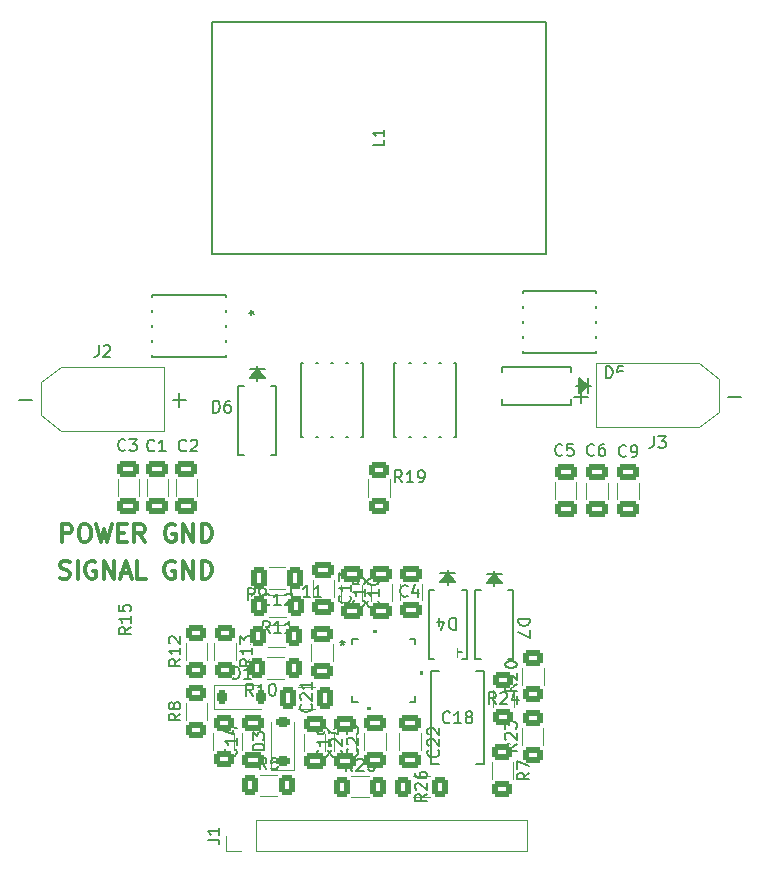
<source format=gto>
G04 #@! TF.GenerationSoftware,KiCad,Pcbnew,7.0.1*
G04 #@! TF.CreationDate,2023-11-01T02:09:25-07:00*
G04 #@! TF.ProjectId,KENESP32LTC370TEST,4b454e45-5350-4333-924c-544333373054,rev?*
G04 #@! TF.SameCoordinates,Original*
G04 #@! TF.FileFunction,Legend,Top*
G04 #@! TF.FilePolarity,Positive*
%FSLAX46Y46*%
G04 Gerber Fmt 4.6, Leading zero omitted, Abs format (unit mm)*
G04 Created by KiCad (PCBNEW 7.0.1) date 2023-11-01 02:09:25*
%MOMM*%
%LPD*%
G01*
G04 APERTURE LIST*
G04 Aperture macros list*
%AMRoundRect*
0 Rectangle with rounded corners*
0 $1 Rounding radius*
0 $2 $3 $4 $5 $6 $7 $8 $9 X,Y pos of 4 corners*
0 Add a 4 corners polygon primitive as box body*
4,1,4,$2,$3,$4,$5,$6,$7,$8,$9,$2,$3,0*
0 Add four circle primitives for the rounded corners*
1,1,$1+$1,$2,$3*
1,1,$1+$1,$4,$5*
1,1,$1+$1,$6,$7*
1,1,$1+$1,$8,$9*
0 Add four rect primitives between the rounded corners*
20,1,$1+$1,$2,$3,$4,$5,0*
20,1,$1+$1,$4,$5,$6,$7,0*
20,1,$1+$1,$6,$7,$8,$9,0*
20,1,$1+$1,$8,$9,$2,$3,0*%
G04 Aperture macros list end*
%ADD10C,0.300000*%
%ADD11C,0.150000*%
%ADD12C,0.120000*%
%ADD13C,0.152400*%
%ADD14C,4.000000*%
%ADD15R,3.800000X3.800000*%
%ADD16C,3.800000*%
%ADD17RoundRect,0.250000X-0.650000X0.412500X-0.650000X-0.412500X0.650000X-0.412500X0.650000X0.412500X0*%
%ADD18RoundRect,0.250000X-0.400000X-0.625000X0.400000X-0.625000X0.400000X0.625000X-0.400000X0.625000X0*%
%ADD19RoundRect,0.250000X-0.625000X0.400000X-0.625000X-0.400000X0.625000X-0.400000X0.625000X0.400000X0*%
%ADD20R,3.550000X3.550000*%
%ADD21R,0.249200X0.804800*%
%ADD22R,0.804800X0.249200*%
%ADD23RoundRect,0.250000X0.625000X-0.400000X0.625000X0.400000X-0.625000X0.400000X-0.625000X-0.400000X0*%
%ADD24RoundRect,0.250000X0.400000X0.625000X-0.400000X0.625000X-0.400000X-0.625000X0.400000X-0.625000X0*%
%ADD25R,0.965200X0.431800*%
%ADD26R,1.143000X0.431800*%
%ADD27R,0.431800X1.143000*%
%ADD28R,0.431800X0.965200*%
%ADD29R,4.241800X4.521200*%
%ADD30O,1.700000X1.700000*%
%ADD31R,1.700000X1.700000*%
%ADD32R,1.625600X2.184400*%
%ADD33R,2.184400X1.625600*%
%ADD34RoundRect,0.225000X0.375000X-0.225000X0.375000X0.225000X-0.375000X0.225000X-0.375000X-0.225000X0*%
%ADD35RoundRect,0.225000X-0.225000X-0.375000X0.225000X-0.375000X0.225000X0.375000X-0.225000X0.375000X0*%
%ADD36RoundRect,0.250000X0.650000X-0.412500X0.650000X0.412500X-0.650000X0.412500X-0.650000X-0.412500X0*%
%ADD37RoundRect,0.250000X-0.412500X-0.650000X0.412500X-0.650000X0.412500X0.650000X-0.412500X0.650000X0*%
%ADD38R,2.499995X2.560396*%
%ADD39RoundRect,0.250000X0.412500X0.650000X-0.412500X0.650000X-0.412500X-0.650000X0.412500X-0.650000X0*%
G04 APERTURE END LIST*
D10*
X91685714Y-131945000D02*
X91900000Y-132016428D01*
X91900000Y-132016428D02*
X92257142Y-132016428D01*
X92257142Y-132016428D02*
X92400000Y-131945000D01*
X92400000Y-131945000D02*
X92471428Y-131873571D01*
X92471428Y-131873571D02*
X92542857Y-131730714D01*
X92542857Y-131730714D02*
X92542857Y-131587857D01*
X92542857Y-131587857D02*
X92471428Y-131445000D01*
X92471428Y-131445000D02*
X92400000Y-131373571D01*
X92400000Y-131373571D02*
X92257142Y-131302142D01*
X92257142Y-131302142D02*
X91971428Y-131230714D01*
X91971428Y-131230714D02*
X91828571Y-131159285D01*
X91828571Y-131159285D02*
X91757142Y-131087857D01*
X91757142Y-131087857D02*
X91685714Y-130945000D01*
X91685714Y-130945000D02*
X91685714Y-130802142D01*
X91685714Y-130802142D02*
X91757142Y-130659285D01*
X91757142Y-130659285D02*
X91828571Y-130587857D01*
X91828571Y-130587857D02*
X91971428Y-130516428D01*
X91971428Y-130516428D02*
X92328571Y-130516428D01*
X92328571Y-130516428D02*
X92542857Y-130587857D01*
X93185713Y-132016428D02*
X93185713Y-130516428D01*
X94685714Y-130587857D02*
X94542857Y-130516428D01*
X94542857Y-130516428D02*
X94328571Y-130516428D01*
X94328571Y-130516428D02*
X94114285Y-130587857D01*
X94114285Y-130587857D02*
X93971428Y-130730714D01*
X93971428Y-130730714D02*
X93899999Y-130873571D01*
X93899999Y-130873571D02*
X93828571Y-131159285D01*
X93828571Y-131159285D02*
X93828571Y-131373571D01*
X93828571Y-131373571D02*
X93899999Y-131659285D01*
X93899999Y-131659285D02*
X93971428Y-131802142D01*
X93971428Y-131802142D02*
X94114285Y-131945000D01*
X94114285Y-131945000D02*
X94328571Y-132016428D01*
X94328571Y-132016428D02*
X94471428Y-132016428D01*
X94471428Y-132016428D02*
X94685714Y-131945000D01*
X94685714Y-131945000D02*
X94757142Y-131873571D01*
X94757142Y-131873571D02*
X94757142Y-131373571D01*
X94757142Y-131373571D02*
X94471428Y-131373571D01*
X95399999Y-132016428D02*
X95399999Y-130516428D01*
X95399999Y-130516428D02*
X96257142Y-132016428D01*
X96257142Y-132016428D02*
X96257142Y-130516428D01*
X96900000Y-131587857D02*
X97614286Y-131587857D01*
X96757143Y-132016428D02*
X97257143Y-130516428D01*
X97257143Y-130516428D02*
X97757143Y-132016428D01*
X98971428Y-132016428D02*
X98257142Y-132016428D01*
X98257142Y-132016428D02*
X98257142Y-130516428D01*
X101400000Y-130587857D02*
X101257143Y-130516428D01*
X101257143Y-130516428D02*
X101042857Y-130516428D01*
X101042857Y-130516428D02*
X100828571Y-130587857D01*
X100828571Y-130587857D02*
X100685714Y-130730714D01*
X100685714Y-130730714D02*
X100614285Y-130873571D01*
X100614285Y-130873571D02*
X100542857Y-131159285D01*
X100542857Y-131159285D02*
X100542857Y-131373571D01*
X100542857Y-131373571D02*
X100614285Y-131659285D01*
X100614285Y-131659285D02*
X100685714Y-131802142D01*
X100685714Y-131802142D02*
X100828571Y-131945000D01*
X100828571Y-131945000D02*
X101042857Y-132016428D01*
X101042857Y-132016428D02*
X101185714Y-132016428D01*
X101185714Y-132016428D02*
X101400000Y-131945000D01*
X101400000Y-131945000D02*
X101471428Y-131873571D01*
X101471428Y-131873571D02*
X101471428Y-131373571D01*
X101471428Y-131373571D02*
X101185714Y-131373571D01*
X102114285Y-132016428D02*
X102114285Y-130516428D01*
X102114285Y-130516428D02*
X102971428Y-132016428D01*
X102971428Y-132016428D02*
X102971428Y-130516428D01*
X103685714Y-132016428D02*
X103685714Y-130516428D01*
X103685714Y-130516428D02*
X104042857Y-130516428D01*
X104042857Y-130516428D02*
X104257143Y-130587857D01*
X104257143Y-130587857D02*
X104400000Y-130730714D01*
X104400000Y-130730714D02*
X104471429Y-130873571D01*
X104471429Y-130873571D02*
X104542857Y-131159285D01*
X104542857Y-131159285D02*
X104542857Y-131373571D01*
X104542857Y-131373571D02*
X104471429Y-131659285D01*
X104471429Y-131659285D02*
X104400000Y-131802142D01*
X104400000Y-131802142D02*
X104257143Y-131945000D01*
X104257143Y-131945000D02*
X104042857Y-132016428D01*
X104042857Y-132016428D02*
X103685714Y-132016428D01*
X91857142Y-128916428D02*
X91857142Y-127416428D01*
X91857142Y-127416428D02*
X92428571Y-127416428D01*
X92428571Y-127416428D02*
X92571428Y-127487857D01*
X92571428Y-127487857D02*
X92642857Y-127559285D01*
X92642857Y-127559285D02*
X92714285Y-127702142D01*
X92714285Y-127702142D02*
X92714285Y-127916428D01*
X92714285Y-127916428D02*
X92642857Y-128059285D01*
X92642857Y-128059285D02*
X92571428Y-128130714D01*
X92571428Y-128130714D02*
X92428571Y-128202142D01*
X92428571Y-128202142D02*
X91857142Y-128202142D01*
X93642857Y-127416428D02*
X93928571Y-127416428D01*
X93928571Y-127416428D02*
X94071428Y-127487857D01*
X94071428Y-127487857D02*
X94214285Y-127630714D01*
X94214285Y-127630714D02*
X94285714Y-127916428D01*
X94285714Y-127916428D02*
X94285714Y-128416428D01*
X94285714Y-128416428D02*
X94214285Y-128702142D01*
X94214285Y-128702142D02*
X94071428Y-128845000D01*
X94071428Y-128845000D02*
X93928571Y-128916428D01*
X93928571Y-128916428D02*
X93642857Y-128916428D01*
X93642857Y-128916428D02*
X93500000Y-128845000D01*
X93500000Y-128845000D02*
X93357142Y-128702142D01*
X93357142Y-128702142D02*
X93285714Y-128416428D01*
X93285714Y-128416428D02*
X93285714Y-127916428D01*
X93285714Y-127916428D02*
X93357142Y-127630714D01*
X93357142Y-127630714D02*
X93500000Y-127487857D01*
X93500000Y-127487857D02*
X93642857Y-127416428D01*
X94785714Y-127416428D02*
X95142857Y-128916428D01*
X95142857Y-128916428D02*
X95428571Y-127845000D01*
X95428571Y-127845000D02*
X95714286Y-128916428D01*
X95714286Y-128916428D02*
X96071429Y-127416428D01*
X96642857Y-128130714D02*
X97142857Y-128130714D01*
X97357143Y-128916428D02*
X96642857Y-128916428D01*
X96642857Y-128916428D02*
X96642857Y-127416428D01*
X96642857Y-127416428D02*
X97357143Y-127416428D01*
X98857143Y-128916428D02*
X98357143Y-128202142D01*
X98000000Y-128916428D02*
X98000000Y-127416428D01*
X98000000Y-127416428D02*
X98571429Y-127416428D01*
X98571429Y-127416428D02*
X98714286Y-127487857D01*
X98714286Y-127487857D02*
X98785715Y-127559285D01*
X98785715Y-127559285D02*
X98857143Y-127702142D01*
X98857143Y-127702142D02*
X98857143Y-127916428D01*
X98857143Y-127916428D02*
X98785715Y-128059285D01*
X98785715Y-128059285D02*
X98714286Y-128130714D01*
X98714286Y-128130714D02*
X98571429Y-128202142D01*
X98571429Y-128202142D02*
X98000000Y-128202142D01*
X101428572Y-127487857D02*
X101285715Y-127416428D01*
X101285715Y-127416428D02*
X101071429Y-127416428D01*
X101071429Y-127416428D02*
X100857143Y-127487857D01*
X100857143Y-127487857D02*
X100714286Y-127630714D01*
X100714286Y-127630714D02*
X100642857Y-127773571D01*
X100642857Y-127773571D02*
X100571429Y-128059285D01*
X100571429Y-128059285D02*
X100571429Y-128273571D01*
X100571429Y-128273571D02*
X100642857Y-128559285D01*
X100642857Y-128559285D02*
X100714286Y-128702142D01*
X100714286Y-128702142D02*
X100857143Y-128845000D01*
X100857143Y-128845000D02*
X101071429Y-128916428D01*
X101071429Y-128916428D02*
X101214286Y-128916428D01*
X101214286Y-128916428D02*
X101428572Y-128845000D01*
X101428572Y-128845000D02*
X101500000Y-128773571D01*
X101500000Y-128773571D02*
X101500000Y-128273571D01*
X101500000Y-128273571D02*
X101214286Y-128273571D01*
X102142857Y-128916428D02*
X102142857Y-127416428D01*
X102142857Y-127416428D02*
X103000000Y-128916428D01*
X103000000Y-128916428D02*
X103000000Y-127416428D01*
X103714286Y-128916428D02*
X103714286Y-127416428D01*
X103714286Y-127416428D02*
X104071429Y-127416428D01*
X104071429Y-127416428D02*
X104285715Y-127487857D01*
X104285715Y-127487857D02*
X104428572Y-127630714D01*
X104428572Y-127630714D02*
X104500001Y-127773571D01*
X104500001Y-127773571D02*
X104571429Y-128059285D01*
X104571429Y-128059285D02*
X104571429Y-128273571D01*
X104571429Y-128273571D02*
X104500001Y-128559285D01*
X104500001Y-128559285D02*
X104428572Y-128702142D01*
X104428572Y-128702142D02*
X104285715Y-128845000D01*
X104285715Y-128845000D02*
X104071429Y-128916428D01*
X104071429Y-128916428D02*
X103714286Y-128916428D01*
D11*
X141966666Y-119962619D02*
X141966666Y-120676904D01*
X141966666Y-120676904D02*
X141919047Y-120819761D01*
X141919047Y-120819761D02*
X141823809Y-120915000D01*
X141823809Y-120915000D02*
X141680952Y-120962619D01*
X141680952Y-120962619D02*
X141585714Y-120962619D01*
X142347619Y-119962619D02*
X142966666Y-119962619D01*
X142966666Y-119962619D02*
X142633333Y-120343571D01*
X142633333Y-120343571D02*
X142776190Y-120343571D01*
X142776190Y-120343571D02*
X142871428Y-120391190D01*
X142871428Y-120391190D02*
X142919047Y-120438809D01*
X142919047Y-120438809D02*
X142966666Y-120534047D01*
X142966666Y-120534047D02*
X142966666Y-120772142D01*
X142966666Y-120772142D02*
X142919047Y-120867380D01*
X142919047Y-120867380D02*
X142871428Y-120915000D01*
X142871428Y-120915000D02*
X142776190Y-120962619D01*
X142776190Y-120962619D02*
X142490476Y-120962619D01*
X142490476Y-120962619D02*
X142395238Y-120915000D01*
X142395238Y-120915000D02*
X142347619Y-120867380D01*
X148228571Y-116622500D02*
X149371429Y-116622500D01*
X135228571Y-116622500D02*
X136371429Y-116622500D01*
X135800000Y-117193928D02*
X135800000Y-116051071D01*
X94966666Y-112262619D02*
X94966666Y-112976904D01*
X94966666Y-112976904D02*
X94919047Y-113119761D01*
X94919047Y-113119761D02*
X94823809Y-113215000D01*
X94823809Y-113215000D02*
X94680952Y-113262619D01*
X94680952Y-113262619D02*
X94585714Y-113262619D01*
X95395238Y-112357857D02*
X95442857Y-112310238D01*
X95442857Y-112310238D02*
X95538095Y-112262619D01*
X95538095Y-112262619D02*
X95776190Y-112262619D01*
X95776190Y-112262619D02*
X95871428Y-112310238D01*
X95871428Y-112310238D02*
X95919047Y-112357857D01*
X95919047Y-112357857D02*
X95966666Y-112453095D01*
X95966666Y-112453095D02*
X95966666Y-112548333D01*
X95966666Y-112548333D02*
X95919047Y-112691190D01*
X95919047Y-112691190D02*
X95347619Y-113262619D01*
X95347619Y-113262619D02*
X95966666Y-113262619D01*
X88228571Y-116922500D02*
X89371429Y-116922500D01*
X101228571Y-116922500D02*
X102371429Y-116922500D01*
X101800000Y-117493928D02*
X101800000Y-116351071D01*
X121133333Y-133467380D02*
X121085714Y-133515000D01*
X121085714Y-133515000D02*
X120942857Y-133562619D01*
X120942857Y-133562619D02*
X120847619Y-133562619D01*
X120847619Y-133562619D02*
X120704762Y-133515000D01*
X120704762Y-133515000D02*
X120609524Y-133419761D01*
X120609524Y-133419761D02*
X120561905Y-133324523D01*
X120561905Y-133324523D02*
X120514286Y-133134047D01*
X120514286Y-133134047D02*
X120514286Y-132991190D01*
X120514286Y-132991190D02*
X120561905Y-132800714D01*
X120561905Y-132800714D02*
X120609524Y-132705476D01*
X120609524Y-132705476D02*
X120704762Y-132610238D01*
X120704762Y-132610238D02*
X120847619Y-132562619D01*
X120847619Y-132562619D02*
X120942857Y-132562619D01*
X120942857Y-132562619D02*
X121085714Y-132610238D01*
X121085714Y-132610238D02*
X121133333Y-132657857D01*
X121990476Y-132895952D02*
X121990476Y-133562619D01*
X121752381Y-132515000D02*
X121514286Y-133229285D01*
X121514286Y-133229285D02*
X122133333Y-133229285D01*
X122762619Y-150280357D02*
X122286428Y-150613690D01*
X122762619Y-150851785D02*
X121762619Y-150851785D01*
X121762619Y-150851785D02*
X121762619Y-150470833D01*
X121762619Y-150470833D02*
X121810238Y-150375595D01*
X121810238Y-150375595D02*
X121857857Y-150327976D01*
X121857857Y-150327976D02*
X121953095Y-150280357D01*
X121953095Y-150280357D02*
X122095952Y-150280357D01*
X122095952Y-150280357D02*
X122191190Y-150327976D01*
X122191190Y-150327976D02*
X122238809Y-150375595D01*
X122238809Y-150375595D02*
X122286428Y-150470833D01*
X122286428Y-150470833D02*
X122286428Y-150851785D01*
X121857857Y-149899404D02*
X121810238Y-149851785D01*
X121810238Y-149851785D02*
X121762619Y-149756547D01*
X121762619Y-149756547D02*
X121762619Y-149518452D01*
X121762619Y-149518452D02*
X121810238Y-149423214D01*
X121810238Y-149423214D02*
X121857857Y-149375595D01*
X121857857Y-149375595D02*
X121953095Y-149327976D01*
X121953095Y-149327976D02*
X122048333Y-149327976D01*
X122048333Y-149327976D02*
X122191190Y-149375595D01*
X122191190Y-149375595D02*
X122762619Y-149947023D01*
X122762619Y-149947023D02*
X122762619Y-149327976D01*
X121762619Y-148470833D02*
X121762619Y-148661309D01*
X121762619Y-148661309D02*
X121810238Y-148756547D01*
X121810238Y-148756547D02*
X121857857Y-148804166D01*
X121857857Y-148804166D02*
X122000714Y-148899404D01*
X122000714Y-148899404D02*
X122191190Y-148947023D01*
X122191190Y-148947023D02*
X122572142Y-148947023D01*
X122572142Y-148947023D02*
X122667380Y-148899404D01*
X122667380Y-148899404D02*
X122715000Y-148851785D01*
X122715000Y-148851785D02*
X122762619Y-148756547D01*
X122762619Y-148756547D02*
X122762619Y-148566071D01*
X122762619Y-148566071D02*
X122715000Y-148470833D01*
X122715000Y-148470833D02*
X122667380Y-148423214D01*
X122667380Y-148423214D02*
X122572142Y-148375595D01*
X122572142Y-148375595D02*
X122334047Y-148375595D01*
X122334047Y-148375595D02*
X122238809Y-148423214D01*
X122238809Y-148423214D02*
X122191190Y-148470833D01*
X122191190Y-148470833D02*
X122143571Y-148566071D01*
X122143571Y-148566071D02*
X122143571Y-148756547D01*
X122143571Y-148756547D02*
X122191190Y-148851785D01*
X122191190Y-148851785D02*
X122238809Y-148899404D01*
X122238809Y-148899404D02*
X122334047Y-148947023D01*
X120657142Y-123862619D02*
X120323809Y-123386428D01*
X120085714Y-123862619D02*
X120085714Y-122862619D01*
X120085714Y-122862619D02*
X120466666Y-122862619D01*
X120466666Y-122862619D02*
X120561904Y-122910238D01*
X120561904Y-122910238D02*
X120609523Y-122957857D01*
X120609523Y-122957857D02*
X120657142Y-123053095D01*
X120657142Y-123053095D02*
X120657142Y-123195952D01*
X120657142Y-123195952D02*
X120609523Y-123291190D01*
X120609523Y-123291190D02*
X120561904Y-123338809D01*
X120561904Y-123338809D02*
X120466666Y-123386428D01*
X120466666Y-123386428D02*
X120085714Y-123386428D01*
X121609523Y-123862619D02*
X121038095Y-123862619D01*
X121323809Y-123862619D02*
X121323809Y-122862619D01*
X121323809Y-122862619D02*
X121228571Y-123005476D01*
X121228571Y-123005476D02*
X121133333Y-123100714D01*
X121133333Y-123100714D02*
X121038095Y-123148333D01*
X122085714Y-123862619D02*
X122276190Y-123862619D01*
X122276190Y-123862619D02*
X122371428Y-123815000D01*
X122371428Y-123815000D02*
X122419047Y-123767380D01*
X122419047Y-123767380D02*
X122514285Y-123624523D01*
X122514285Y-123624523D02*
X122561904Y-123434047D01*
X122561904Y-123434047D02*
X122561904Y-123053095D01*
X122561904Y-123053095D02*
X122514285Y-122957857D01*
X122514285Y-122957857D02*
X122466666Y-122910238D01*
X122466666Y-122910238D02*
X122371428Y-122862619D01*
X122371428Y-122862619D02*
X122180952Y-122862619D01*
X122180952Y-122862619D02*
X122085714Y-122910238D01*
X122085714Y-122910238D02*
X122038095Y-122957857D01*
X122038095Y-122957857D02*
X121990476Y-123053095D01*
X121990476Y-123053095D02*
X121990476Y-123291190D01*
X121990476Y-123291190D02*
X122038095Y-123386428D01*
X122038095Y-123386428D02*
X122085714Y-123434047D01*
X122085714Y-123434047D02*
X122180952Y-123481666D01*
X122180952Y-123481666D02*
X122371428Y-123481666D01*
X122371428Y-123481666D02*
X122466666Y-123434047D01*
X122466666Y-123434047D02*
X122514285Y-123386428D01*
X122514285Y-123386428D02*
X122561904Y-123291190D01*
X118338095Y-139237619D02*
X118338095Y-140047142D01*
X118338095Y-140047142D02*
X118385714Y-140142380D01*
X118385714Y-140142380D02*
X118433333Y-140190000D01*
X118433333Y-140190000D02*
X118528571Y-140237619D01*
X118528571Y-140237619D02*
X118719047Y-140237619D01*
X118719047Y-140237619D02*
X118814285Y-140190000D01*
X118814285Y-140190000D02*
X118861904Y-140142380D01*
X118861904Y-140142380D02*
X118909523Y-140047142D01*
X118909523Y-140047142D02*
X118909523Y-139237619D01*
X119909523Y-140237619D02*
X119338095Y-140237619D01*
X119623809Y-140237619D02*
X119623809Y-139237619D01*
X119623809Y-139237619D02*
X119528571Y-139380476D01*
X119528571Y-139380476D02*
X119433333Y-139475714D01*
X119433333Y-139475714D02*
X119338095Y-139523333D01*
X115610199Y-137237619D02*
X115610199Y-137475714D01*
X115372104Y-137380476D02*
X115610199Y-137475714D01*
X115610199Y-137475714D02*
X115848294Y-137380476D01*
X115467342Y-137666190D02*
X115610199Y-137475714D01*
X115610199Y-137475714D02*
X115753056Y-137666190D01*
X115610199Y-137237619D02*
X115610199Y-137475714D01*
X115372104Y-137380476D02*
X115610199Y-137475714D01*
X115610199Y-137475714D02*
X115848294Y-137380476D01*
X115467342Y-137666190D02*
X115610199Y-137475714D01*
X115610199Y-137475714D02*
X115753056Y-137666190D01*
X116457142Y-148280119D02*
X116123809Y-147803928D01*
X115885714Y-148280119D02*
X115885714Y-147280119D01*
X115885714Y-147280119D02*
X116266666Y-147280119D01*
X116266666Y-147280119D02*
X116361904Y-147327738D01*
X116361904Y-147327738D02*
X116409523Y-147375357D01*
X116409523Y-147375357D02*
X116457142Y-147470595D01*
X116457142Y-147470595D02*
X116457142Y-147613452D01*
X116457142Y-147613452D02*
X116409523Y-147708690D01*
X116409523Y-147708690D02*
X116361904Y-147756309D01*
X116361904Y-147756309D02*
X116266666Y-147803928D01*
X116266666Y-147803928D02*
X115885714Y-147803928D01*
X116838095Y-147375357D02*
X116885714Y-147327738D01*
X116885714Y-147327738D02*
X116980952Y-147280119D01*
X116980952Y-147280119D02*
X117219047Y-147280119D01*
X117219047Y-147280119D02*
X117314285Y-147327738D01*
X117314285Y-147327738D02*
X117361904Y-147375357D01*
X117361904Y-147375357D02*
X117409523Y-147470595D01*
X117409523Y-147470595D02*
X117409523Y-147565833D01*
X117409523Y-147565833D02*
X117361904Y-147708690D01*
X117361904Y-147708690D02*
X116790476Y-148280119D01*
X116790476Y-148280119D02*
X117409523Y-148280119D01*
X118314285Y-147280119D02*
X117838095Y-147280119D01*
X117838095Y-147280119D02*
X117790476Y-147756309D01*
X117790476Y-147756309D02*
X117838095Y-147708690D01*
X117838095Y-147708690D02*
X117933333Y-147661071D01*
X117933333Y-147661071D02*
X118171428Y-147661071D01*
X118171428Y-147661071D02*
X118266666Y-147708690D01*
X118266666Y-147708690D02*
X118314285Y-147756309D01*
X118314285Y-147756309D02*
X118361904Y-147851547D01*
X118361904Y-147851547D02*
X118361904Y-148089642D01*
X118361904Y-148089642D02*
X118314285Y-148184880D01*
X118314285Y-148184880D02*
X118266666Y-148232500D01*
X118266666Y-148232500D02*
X118171428Y-148280119D01*
X118171428Y-148280119D02*
X117933333Y-148280119D01*
X117933333Y-148280119D02*
X117838095Y-148232500D01*
X117838095Y-148232500D02*
X117790476Y-148184880D01*
X128607142Y-142650119D02*
X128273809Y-142173928D01*
X128035714Y-142650119D02*
X128035714Y-141650119D01*
X128035714Y-141650119D02*
X128416666Y-141650119D01*
X128416666Y-141650119D02*
X128511904Y-141697738D01*
X128511904Y-141697738D02*
X128559523Y-141745357D01*
X128559523Y-141745357D02*
X128607142Y-141840595D01*
X128607142Y-141840595D02*
X128607142Y-141983452D01*
X128607142Y-141983452D02*
X128559523Y-142078690D01*
X128559523Y-142078690D02*
X128511904Y-142126309D01*
X128511904Y-142126309D02*
X128416666Y-142173928D01*
X128416666Y-142173928D02*
X128035714Y-142173928D01*
X128988095Y-141745357D02*
X129035714Y-141697738D01*
X129035714Y-141697738D02*
X129130952Y-141650119D01*
X129130952Y-141650119D02*
X129369047Y-141650119D01*
X129369047Y-141650119D02*
X129464285Y-141697738D01*
X129464285Y-141697738D02*
X129511904Y-141745357D01*
X129511904Y-141745357D02*
X129559523Y-141840595D01*
X129559523Y-141840595D02*
X129559523Y-141935833D01*
X129559523Y-141935833D02*
X129511904Y-142078690D01*
X129511904Y-142078690D02*
X128940476Y-142650119D01*
X128940476Y-142650119D02*
X129559523Y-142650119D01*
X130416666Y-141983452D02*
X130416666Y-142650119D01*
X130178571Y-141602500D02*
X129940476Y-142316785D01*
X129940476Y-142316785D02*
X130559523Y-142316785D01*
X130367919Y-146030357D02*
X129891728Y-146363690D01*
X130367919Y-146601785D02*
X129367919Y-146601785D01*
X129367919Y-146601785D02*
X129367919Y-146220833D01*
X129367919Y-146220833D02*
X129415538Y-146125595D01*
X129415538Y-146125595D02*
X129463157Y-146077976D01*
X129463157Y-146077976D02*
X129558395Y-146030357D01*
X129558395Y-146030357D02*
X129701252Y-146030357D01*
X129701252Y-146030357D02*
X129796490Y-146077976D01*
X129796490Y-146077976D02*
X129844109Y-146125595D01*
X129844109Y-146125595D02*
X129891728Y-146220833D01*
X129891728Y-146220833D02*
X129891728Y-146601785D01*
X129463157Y-145649404D02*
X129415538Y-145601785D01*
X129415538Y-145601785D02*
X129367919Y-145506547D01*
X129367919Y-145506547D02*
X129367919Y-145268452D01*
X129367919Y-145268452D02*
X129415538Y-145173214D01*
X129415538Y-145173214D02*
X129463157Y-145125595D01*
X129463157Y-145125595D02*
X129558395Y-145077976D01*
X129558395Y-145077976D02*
X129653633Y-145077976D01*
X129653633Y-145077976D02*
X129796490Y-145125595D01*
X129796490Y-145125595D02*
X130367919Y-145697023D01*
X130367919Y-145697023D02*
X130367919Y-145077976D01*
X129367919Y-144744642D02*
X129367919Y-144125595D01*
X129367919Y-144125595D02*
X129748871Y-144458928D01*
X129748871Y-144458928D02*
X129748871Y-144316071D01*
X129748871Y-144316071D02*
X129796490Y-144220833D01*
X129796490Y-144220833D02*
X129844109Y-144173214D01*
X129844109Y-144173214D02*
X129939347Y-144125595D01*
X129939347Y-144125595D02*
X130177442Y-144125595D01*
X130177442Y-144125595D02*
X130272680Y-144173214D01*
X130272680Y-144173214D02*
X130320300Y-144220833D01*
X130320300Y-144220833D02*
X130367919Y-144316071D01*
X130367919Y-144316071D02*
X130367919Y-144601785D01*
X130367919Y-144601785D02*
X130320300Y-144697023D01*
X130320300Y-144697023D02*
X130272680Y-144744642D01*
X130392619Y-140930357D02*
X129916428Y-141263690D01*
X130392619Y-141501785D02*
X129392619Y-141501785D01*
X129392619Y-141501785D02*
X129392619Y-141120833D01*
X129392619Y-141120833D02*
X129440238Y-141025595D01*
X129440238Y-141025595D02*
X129487857Y-140977976D01*
X129487857Y-140977976D02*
X129583095Y-140930357D01*
X129583095Y-140930357D02*
X129725952Y-140930357D01*
X129725952Y-140930357D02*
X129821190Y-140977976D01*
X129821190Y-140977976D02*
X129868809Y-141025595D01*
X129868809Y-141025595D02*
X129916428Y-141120833D01*
X129916428Y-141120833D02*
X129916428Y-141501785D01*
X129487857Y-140549404D02*
X129440238Y-140501785D01*
X129440238Y-140501785D02*
X129392619Y-140406547D01*
X129392619Y-140406547D02*
X129392619Y-140168452D01*
X129392619Y-140168452D02*
X129440238Y-140073214D01*
X129440238Y-140073214D02*
X129487857Y-140025595D01*
X129487857Y-140025595D02*
X129583095Y-139977976D01*
X129583095Y-139977976D02*
X129678333Y-139977976D01*
X129678333Y-139977976D02*
X129821190Y-140025595D01*
X129821190Y-140025595D02*
X130392619Y-140597023D01*
X130392619Y-140597023D02*
X130392619Y-139977976D01*
X129392619Y-139358928D02*
X129392619Y-139263690D01*
X129392619Y-139263690D02*
X129440238Y-139168452D01*
X129440238Y-139168452D02*
X129487857Y-139120833D01*
X129487857Y-139120833D02*
X129583095Y-139073214D01*
X129583095Y-139073214D02*
X129773571Y-139025595D01*
X129773571Y-139025595D02*
X130011666Y-139025595D01*
X130011666Y-139025595D02*
X130202142Y-139073214D01*
X130202142Y-139073214D02*
X130297380Y-139120833D01*
X130297380Y-139120833D02*
X130345000Y-139168452D01*
X130345000Y-139168452D02*
X130392619Y-139263690D01*
X130392619Y-139263690D02*
X130392619Y-139358928D01*
X130392619Y-139358928D02*
X130345000Y-139454166D01*
X130345000Y-139454166D02*
X130297380Y-139501785D01*
X130297380Y-139501785D02*
X130202142Y-139549404D01*
X130202142Y-139549404D02*
X130011666Y-139597023D01*
X130011666Y-139597023D02*
X129773571Y-139597023D01*
X129773571Y-139597023D02*
X129583095Y-139549404D01*
X129583095Y-139549404D02*
X129487857Y-139501785D01*
X129487857Y-139501785D02*
X129440238Y-139454166D01*
X129440238Y-139454166D02*
X129392619Y-139358928D01*
X97687319Y-136141357D02*
X97211128Y-136474690D01*
X97687319Y-136712785D02*
X96687319Y-136712785D01*
X96687319Y-136712785D02*
X96687319Y-136331833D01*
X96687319Y-136331833D02*
X96734938Y-136236595D01*
X96734938Y-136236595D02*
X96782557Y-136188976D01*
X96782557Y-136188976D02*
X96877795Y-136141357D01*
X96877795Y-136141357D02*
X97020652Y-136141357D01*
X97020652Y-136141357D02*
X97115890Y-136188976D01*
X97115890Y-136188976D02*
X97163509Y-136236595D01*
X97163509Y-136236595D02*
X97211128Y-136331833D01*
X97211128Y-136331833D02*
X97211128Y-136712785D01*
X97687319Y-135188976D02*
X97687319Y-135760404D01*
X97687319Y-135474690D02*
X96687319Y-135474690D01*
X96687319Y-135474690D02*
X96830176Y-135569928D01*
X96830176Y-135569928D02*
X96925414Y-135665166D01*
X96925414Y-135665166D02*
X96973033Y-135760404D01*
X96687319Y-134284214D02*
X96687319Y-134760404D01*
X96687319Y-134760404D02*
X97163509Y-134808023D01*
X97163509Y-134808023D02*
X97115890Y-134760404D01*
X97115890Y-134760404D02*
X97068271Y-134665166D01*
X97068271Y-134665166D02*
X97068271Y-134427071D01*
X97068271Y-134427071D02*
X97115890Y-134331833D01*
X97115890Y-134331833D02*
X97163509Y-134284214D01*
X97163509Y-134284214D02*
X97258747Y-134236595D01*
X97258747Y-134236595D02*
X97496842Y-134236595D01*
X97496842Y-134236595D02*
X97592080Y-134284214D01*
X97592080Y-134284214D02*
X97639700Y-134331833D01*
X97639700Y-134331833D02*
X97687319Y-134427071D01*
X97687319Y-134427071D02*
X97687319Y-134665166D01*
X97687319Y-134665166D02*
X97639700Y-134760404D01*
X97639700Y-134760404D02*
X97592080Y-134808023D01*
X107932619Y-138830357D02*
X107456428Y-139163690D01*
X107932619Y-139401785D02*
X106932619Y-139401785D01*
X106932619Y-139401785D02*
X106932619Y-139020833D01*
X106932619Y-139020833D02*
X106980238Y-138925595D01*
X106980238Y-138925595D02*
X107027857Y-138877976D01*
X107027857Y-138877976D02*
X107123095Y-138830357D01*
X107123095Y-138830357D02*
X107265952Y-138830357D01*
X107265952Y-138830357D02*
X107361190Y-138877976D01*
X107361190Y-138877976D02*
X107408809Y-138925595D01*
X107408809Y-138925595D02*
X107456428Y-139020833D01*
X107456428Y-139020833D02*
X107456428Y-139401785D01*
X107932619Y-137877976D02*
X107932619Y-138449404D01*
X107932619Y-138163690D02*
X106932619Y-138163690D01*
X106932619Y-138163690D02*
X107075476Y-138258928D01*
X107075476Y-138258928D02*
X107170714Y-138354166D01*
X107170714Y-138354166D02*
X107218333Y-138449404D01*
X106932619Y-137544642D02*
X106932619Y-136925595D01*
X106932619Y-136925595D02*
X107313571Y-137258928D01*
X107313571Y-137258928D02*
X107313571Y-137116071D01*
X107313571Y-137116071D02*
X107361190Y-137020833D01*
X107361190Y-137020833D02*
X107408809Y-136973214D01*
X107408809Y-136973214D02*
X107504047Y-136925595D01*
X107504047Y-136925595D02*
X107742142Y-136925595D01*
X107742142Y-136925595D02*
X107837380Y-136973214D01*
X107837380Y-136973214D02*
X107885000Y-137020833D01*
X107885000Y-137020833D02*
X107932619Y-137116071D01*
X107932619Y-137116071D02*
X107932619Y-137401785D01*
X107932619Y-137401785D02*
X107885000Y-137497023D01*
X107885000Y-137497023D02*
X107837380Y-137544642D01*
X101892619Y-138830357D02*
X101416428Y-139163690D01*
X101892619Y-139401785D02*
X100892619Y-139401785D01*
X100892619Y-139401785D02*
X100892619Y-139020833D01*
X100892619Y-139020833D02*
X100940238Y-138925595D01*
X100940238Y-138925595D02*
X100987857Y-138877976D01*
X100987857Y-138877976D02*
X101083095Y-138830357D01*
X101083095Y-138830357D02*
X101225952Y-138830357D01*
X101225952Y-138830357D02*
X101321190Y-138877976D01*
X101321190Y-138877976D02*
X101368809Y-138925595D01*
X101368809Y-138925595D02*
X101416428Y-139020833D01*
X101416428Y-139020833D02*
X101416428Y-139401785D01*
X101892619Y-137877976D02*
X101892619Y-138449404D01*
X101892619Y-138163690D02*
X100892619Y-138163690D01*
X100892619Y-138163690D02*
X101035476Y-138258928D01*
X101035476Y-138258928D02*
X101130714Y-138354166D01*
X101130714Y-138354166D02*
X101178333Y-138449404D01*
X100987857Y-137497023D02*
X100940238Y-137449404D01*
X100940238Y-137449404D02*
X100892619Y-137354166D01*
X100892619Y-137354166D02*
X100892619Y-137116071D01*
X100892619Y-137116071D02*
X100940238Y-137020833D01*
X100940238Y-137020833D02*
X100987857Y-136973214D01*
X100987857Y-136973214D02*
X101083095Y-136925595D01*
X101083095Y-136925595D02*
X101178333Y-136925595D01*
X101178333Y-136925595D02*
X101321190Y-136973214D01*
X101321190Y-136973214D02*
X101892619Y-137544642D01*
X101892619Y-137544642D02*
X101892619Y-136925595D01*
X109457142Y-136620119D02*
X109123809Y-136143928D01*
X108885714Y-136620119D02*
X108885714Y-135620119D01*
X108885714Y-135620119D02*
X109266666Y-135620119D01*
X109266666Y-135620119D02*
X109361904Y-135667738D01*
X109361904Y-135667738D02*
X109409523Y-135715357D01*
X109409523Y-135715357D02*
X109457142Y-135810595D01*
X109457142Y-135810595D02*
X109457142Y-135953452D01*
X109457142Y-135953452D02*
X109409523Y-136048690D01*
X109409523Y-136048690D02*
X109361904Y-136096309D01*
X109361904Y-136096309D02*
X109266666Y-136143928D01*
X109266666Y-136143928D02*
X108885714Y-136143928D01*
X110409523Y-136620119D02*
X109838095Y-136620119D01*
X110123809Y-136620119D02*
X110123809Y-135620119D01*
X110123809Y-135620119D02*
X110028571Y-135762976D01*
X110028571Y-135762976D02*
X109933333Y-135858214D01*
X109933333Y-135858214D02*
X109838095Y-135905833D01*
X111361904Y-136620119D02*
X110790476Y-136620119D01*
X111076190Y-136620119D02*
X111076190Y-135620119D01*
X111076190Y-135620119D02*
X110980952Y-135762976D01*
X110980952Y-135762976D02*
X110885714Y-135858214D01*
X110885714Y-135858214D02*
X110790476Y-135905833D01*
X108057142Y-141937619D02*
X107723809Y-141461428D01*
X107485714Y-141937619D02*
X107485714Y-140937619D01*
X107485714Y-140937619D02*
X107866666Y-140937619D01*
X107866666Y-140937619D02*
X107961904Y-140985238D01*
X107961904Y-140985238D02*
X108009523Y-141032857D01*
X108009523Y-141032857D02*
X108057142Y-141128095D01*
X108057142Y-141128095D02*
X108057142Y-141270952D01*
X108057142Y-141270952D02*
X108009523Y-141366190D01*
X108009523Y-141366190D02*
X107961904Y-141413809D01*
X107961904Y-141413809D02*
X107866666Y-141461428D01*
X107866666Y-141461428D02*
X107485714Y-141461428D01*
X109009523Y-141937619D02*
X108438095Y-141937619D01*
X108723809Y-141937619D02*
X108723809Y-140937619D01*
X108723809Y-140937619D02*
X108628571Y-141080476D01*
X108628571Y-141080476D02*
X108533333Y-141175714D01*
X108533333Y-141175714D02*
X108438095Y-141223333D01*
X109628571Y-140937619D02*
X109723809Y-140937619D01*
X109723809Y-140937619D02*
X109819047Y-140985238D01*
X109819047Y-140985238D02*
X109866666Y-141032857D01*
X109866666Y-141032857D02*
X109914285Y-141128095D01*
X109914285Y-141128095D02*
X109961904Y-141318571D01*
X109961904Y-141318571D02*
X109961904Y-141556666D01*
X109961904Y-141556666D02*
X109914285Y-141747142D01*
X109914285Y-141747142D02*
X109866666Y-141842380D01*
X109866666Y-141842380D02*
X109819047Y-141890000D01*
X109819047Y-141890000D02*
X109723809Y-141937619D01*
X109723809Y-141937619D02*
X109628571Y-141937619D01*
X109628571Y-141937619D02*
X109533333Y-141890000D01*
X109533333Y-141890000D02*
X109485714Y-141842380D01*
X109485714Y-141842380D02*
X109438095Y-141747142D01*
X109438095Y-141747142D02*
X109390476Y-141556666D01*
X109390476Y-141556666D02*
X109390476Y-141318571D01*
X109390476Y-141318571D02*
X109438095Y-141128095D01*
X109438095Y-141128095D02*
X109485714Y-141032857D01*
X109485714Y-141032857D02*
X109533333Y-140985238D01*
X109533333Y-140985238D02*
X109628571Y-140937619D01*
X108183333Y-133837619D02*
X107850000Y-133361428D01*
X107611905Y-133837619D02*
X107611905Y-132837619D01*
X107611905Y-132837619D02*
X107992857Y-132837619D01*
X107992857Y-132837619D02*
X108088095Y-132885238D01*
X108088095Y-132885238D02*
X108135714Y-132932857D01*
X108135714Y-132932857D02*
X108183333Y-133028095D01*
X108183333Y-133028095D02*
X108183333Y-133170952D01*
X108183333Y-133170952D02*
X108135714Y-133266190D01*
X108135714Y-133266190D02*
X108088095Y-133313809D01*
X108088095Y-133313809D02*
X107992857Y-133361428D01*
X107992857Y-133361428D02*
X107611905Y-133361428D01*
X108659524Y-133837619D02*
X108850000Y-133837619D01*
X108850000Y-133837619D02*
X108945238Y-133790000D01*
X108945238Y-133790000D02*
X108992857Y-133742380D01*
X108992857Y-133742380D02*
X109088095Y-133599523D01*
X109088095Y-133599523D02*
X109135714Y-133409047D01*
X109135714Y-133409047D02*
X109135714Y-133028095D01*
X109135714Y-133028095D02*
X109088095Y-132932857D01*
X109088095Y-132932857D02*
X109040476Y-132885238D01*
X109040476Y-132885238D02*
X108945238Y-132837619D01*
X108945238Y-132837619D02*
X108754762Y-132837619D01*
X108754762Y-132837619D02*
X108659524Y-132885238D01*
X108659524Y-132885238D02*
X108611905Y-132932857D01*
X108611905Y-132932857D02*
X108564286Y-133028095D01*
X108564286Y-133028095D02*
X108564286Y-133266190D01*
X108564286Y-133266190D02*
X108611905Y-133361428D01*
X108611905Y-133361428D02*
X108659524Y-133409047D01*
X108659524Y-133409047D02*
X108754762Y-133456666D01*
X108754762Y-133456666D02*
X108945238Y-133456666D01*
X108945238Y-133456666D02*
X109040476Y-133409047D01*
X109040476Y-133409047D02*
X109088095Y-133361428D01*
X109088095Y-133361428D02*
X109135714Y-133266190D01*
X101892619Y-143454166D02*
X101416428Y-143787499D01*
X101892619Y-144025594D02*
X100892619Y-144025594D01*
X100892619Y-144025594D02*
X100892619Y-143644642D01*
X100892619Y-143644642D02*
X100940238Y-143549404D01*
X100940238Y-143549404D02*
X100987857Y-143501785D01*
X100987857Y-143501785D02*
X101083095Y-143454166D01*
X101083095Y-143454166D02*
X101225952Y-143454166D01*
X101225952Y-143454166D02*
X101321190Y-143501785D01*
X101321190Y-143501785D02*
X101368809Y-143549404D01*
X101368809Y-143549404D02*
X101416428Y-143644642D01*
X101416428Y-143644642D02*
X101416428Y-144025594D01*
X101321190Y-142882737D02*
X101273571Y-142977975D01*
X101273571Y-142977975D02*
X101225952Y-143025594D01*
X101225952Y-143025594D02*
X101130714Y-143073213D01*
X101130714Y-143073213D02*
X101083095Y-143073213D01*
X101083095Y-143073213D02*
X100987857Y-143025594D01*
X100987857Y-143025594D02*
X100940238Y-142977975D01*
X100940238Y-142977975D02*
X100892619Y-142882737D01*
X100892619Y-142882737D02*
X100892619Y-142692261D01*
X100892619Y-142692261D02*
X100940238Y-142597023D01*
X100940238Y-142597023D02*
X100987857Y-142549404D01*
X100987857Y-142549404D02*
X101083095Y-142501785D01*
X101083095Y-142501785D02*
X101130714Y-142501785D01*
X101130714Y-142501785D02*
X101225952Y-142549404D01*
X101225952Y-142549404D02*
X101273571Y-142597023D01*
X101273571Y-142597023D02*
X101321190Y-142692261D01*
X101321190Y-142692261D02*
X101321190Y-142882737D01*
X101321190Y-142882737D02*
X101368809Y-142977975D01*
X101368809Y-142977975D02*
X101416428Y-143025594D01*
X101416428Y-143025594D02*
X101511666Y-143073213D01*
X101511666Y-143073213D02*
X101702142Y-143073213D01*
X101702142Y-143073213D02*
X101797380Y-143025594D01*
X101797380Y-143025594D02*
X101845000Y-142977975D01*
X101845000Y-142977975D02*
X101892619Y-142882737D01*
X101892619Y-142882737D02*
X101892619Y-142692261D01*
X101892619Y-142692261D02*
X101845000Y-142597023D01*
X101845000Y-142597023D02*
X101797380Y-142549404D01*
X101797380Y-142549404D02*
X101702142Y-142501785D01*
X101702142Y-142501785D02*
X101511666Y-142501785D01*
X101511666Y-142501785D02*
X101416428Y-142549404D01*
X101416428Y-142549404D02*
X101368809Y-142597023D01*
X101368809Y-142597023D02*
X101321190Y-142692261D01*
X131432619Y-148454166D02*
X130956428Y-148787499D01*
X131432619Y-149025594D02*
X130432619Y-149025594D01*
X130432619Y-149025594D02*
X130432619Y-148644642D01*
X130432619Y-148644642D02*
X130480238Y-148549404D01*
X130480238Y-148549404D02*
X130527857Y-148501785D01*
X130527857Y-148501785D02*
X130623095Y-148454166D01*
X130623095Y-148454166D02*
X130765952Y-148454166D01*
X130765952Y-148454166D02*
X130861190Y-148501785D01*
X130861190Y-148501785D02*
X130908809Y-148549404D01*
X130908809Y-148549404D02*
X130956428Y-148644642D01*
X130956428Y-148644642D02*
X130956428Y-149025594D01*
X130432619Y-148120832D02*
X130432619Y-147454166D01*
X130432619Y-147454166D02*
X131432619Y-147882737D01*
X109183333Y-148180119D02*
X108850000Y-147703928D01*
X108611905Y-148180119D02*
X108611905Y-147180119D01*
X108611905Y-147180119D02*
X108992857Y-147180119D01*
X108992857Y-147180119D02*
X109088095Y-147227738D01*
X109088095Y-147227738D02*
X109135714Y-147275357D01*
X109135714Y-147275357D02*
X109183333Y-147370595D01*
X109183333Y-147370595D02*
X109183333Y-147513452D01*
X109183333Y-147513452D02*
X109135714Y-147608690D01*
X109135714Y-147608690D02*
X109088095Y-147656309D01*
X109088095Y-147656309D02*
X108992857Y-147703928D01*
X108992857Y-147703928D02*
X108611905Y-147703928D01*
X110088095Y-147180119D02*
X109611905Y-147180119D01*
X109611905Y-147180119D02*
X109564286Y-147656309D01*
X109564286Y-147656309D02*
X109611905Y-147608690D01*
X109611905Y-147608690D02*
X109707143Y-147561071D01*
X109707143Y-147561071D02*
X109945238Y-147561071D01*
X109945238Y-147561071D02*
X110040476Y-147608690D01*
X110040476Y-147608690D02*
X110088095Y-147656309D01*
X110088095Y-147656309D02*
X110135714Y-147751547D01*
X110135714Y-147751547D02*
X110135714Y-147989642D01*
X110135714Y-147989642D02*
X110088095Y-148084880D01*
X110088095Y-148084880D02*
X110040476Y-148132500D01*
X110040476Y-148132500D02*
X109945238Y-148180119D01*
X109945238Y-148180119D02*
X109707143Y-148180119D01*
X109707143Y-148180119D02*
X109611905Y-148132500D01*
X109611905Y-148132500D02*
X109564286Y-148084880D01*
X133904761Y-110857857D02*
X133809523Y-110810238D01*
X133809523Y-110810238D02*
X133714285Y-110715000D01*
X133714285Y-110715000D02*
X133571428Y-110572142D01*
X133571428Y-110572142D02*
X133476190Y-110524523D01*
X133476190Y-110524523D02*
X133380952Y-110524523D01*
X133428571Y-110762619D02*
X133333333Y-110715000D01*
X133333333Y-110715000D02*
X133238095Y-110619761D01*
X133238095Y-110619761D02*
X133190476Y-110429285D01*
X133190476Y-110429285D02*
X133190476Y-110095952D01*
X133190476Y-110095952D02*
X133238095Y-109905476D01*
X133238095Y-109905476D02*
X133333333Y-109810238D01*
X133333333Y-109810238D02*
X133428571Y-109762619D01*
X133428571Y-109762619D02*
X133619047Y-109762619D01*
X133619047Y-109762619D02*
X133714285Y-109810238D01*
X133714285Y-109810238D02*
X133809523Y-109905476D01*
X133809523Y-109905476D02*
X133857142Y-110095952D01*
X133857142Y-110095952D02*
X133857142Y-110429285D01*
X133857142Y-110429285D02*
X133809523Y-110619761D01*
X133809523Y-110619761D02*
X133714285Y-110715000D01*
X133714285Y-110715000D02*
X133619047Y-110762619D01*
X133619047Y-110762619D02*
X133428571Y-110762619D01*
X134714285Y-110095952D02*
X134714285Y-110762619D01*
X134476190Y-109715000D02*
X134238095Y-110429285D01*
X134238095Y-110429285D02*
X134857142Y-110429285D01*
X123157857Y-116995238D02*
X123110238Y-117090476D01*
X123110238Y-117090476D02*
X123015000Y-117185714D01*
X123015000Y-117185714D02*
X122872142Y-117328571D01*
X122872142Y-117328571D02*
X122824523Y-117423809D01*
X122824523Y-117423809D02*
X122824523Y-117519047D01*
X123062619Y-117471428D02*
X123015000Y-117566666D01*
X123015000Y-117566666D02*
X122919761Y-117661904D01*
X122919761Y-117661904D02*
X122729285Y-117709523D01*
X122729285Y-117709523D02*
X122395952Y-117709523D01*
X122395952Y-117709523D02*
X122205476Y-117661904D01*
X122205476Y-117661904D02*
X122110238Y-117566666D01*
X122110238Y-117566666D02*
X122062619Y-117471428D01*
X122062619Y-117471428D02*
X122062619Y-117280952D01*
X122062619Y-117280952D02*
X122110238Y-117185714D01*
X122110238Y-117185714D02*
X122205476Y-117090476D01*
X122205476Y-117090476D02*
X122395952Y-117042857D01*
X122395952Y-117042857D02*
X122729285Y-117042857D01*
X122729285Y-117042857D02*
X122919761Y-117090476D01*
X122919761Y-117090476D02*
X123015000Y-117185714D01*
X123015000Y-117185714D02*
X123062619Y-117280952D01*
X123062619Y-117280952D02*
X123062619Y-117471428D01*
X122062619Y-116709523D02*
X122062619Y-116090476D01*
X122062619Y-116090476D02*
X122443571Y-116423809D01*
X122443571Y-116423809D02*
X122443571Y-116280952D01*
X122443571Y-116280952D02*
X122491190Y-116185714D01*
X122491190Y-116185714D02*
X122538809Y-116138095D01*
X122538809Y-116138095D02*
X122634047Y-116090476D01*
X122634047Y-116090476D02*
X122872142Y-116090476D01*
X122872142Y-116090476D02*
X122967380Y-116138095D01*
X122967380Y-116138095D02*
X123015000Y-116185714D01*
X123015000Y-116185714D02*
X123062619Y-116280952D01*
X123062619Y-116280952D02*
X123062619Y-116566666D01*
X123062619Y-116566666D02*
X123015000Y-116661904D01*
X123015000Y-116661904D02*
X122967380Y-116709523D01*
X115257857Y-116995238D02*
X115210238Y-117090476D01*
X115210238Y-117090476D02*
X115115000Y-117185714D01*
X115115000Y-117185714D02*
X114972142Y-117328571D01*
X114972142Y-117328571D02*
X114924523Y-117423809D01*
X114924523Y-117423809D02*
X114924523Y-117519047D01*
X115162619Y-117471428D02*
X115115000Y-117566666D01*
X115115000Y-117566666D02*
X115019761Y-117661904D01*
X115019761Y-117661904D02*
X114829285Y-117709523D01*
X114829285Y-117709523D02*
X114495952Y-117709523D01*
X114495952Y-117709523D02*
X114305476Y-117661904D01*
X114305476Y-117661904D02*
X114210238Y-117566666D01*
X114210238Y-117566666D02*
X114162619Y-117471428D01*
X114162619Y-117471428D02*
X114162619Y-117280952D01*
X114162619Y-117280952D02*
X114210238Y-117185714D01*
X114210238Y-117185714D02*
X114305476Y-117090476D01*
X114305476Y-117090476D02*
X114495952Y-117042857D01*
X114495952Y-117042857D02*
X114829285Y-117042857D01*
X114829285Y-117042857D02*
X115019761Y-117090476D01*
X115019761Y-117090476D02*
X115115000Y-117185714D01*
X115115000Y-117185714D02*
X115162619Y-117280952D01*
X115162619Y-117280952D02*
X115162619Y-117471428D01*
X114257857Y-116661904D02*
X114210238Y-116614285D01*
X114210238Y-116614285D02*
X114162619Y-116519047D01*
X114162619Y-116519047D02*
X114162619Y-116280952D01*
X114162619Y-116280952D02*
X114210238Y-116185714D01*
X114210238Y-116185714D02*
X114257857Y-116138095D01*
X114257857Y-116138095D02*
X114353095Y-116090476D01*
X114353095Y-116090476D02*
X114448333Y-116090476D01*
X114448333Y-116090476D02*
X114591190Y-116138095D01*
X114591190Y-116138095D02*
X115162619Y-116709523D01*
X115162619Y-116709523D02*
X115162619Y-116090476D01*
X102695238Y-110042142D02*
X102790476Y-110089761D01*
X102790476Y-110089761D02*
X102885714Y-110185000D01*
X102885714Y-110185000D02*
X103028571Y-110327857D01*
X103028571Y-110327857D02*
X103123809Y-110375476D01*
X103123809Y-110375476D02*
X103219047Y-110375476D01*
X103171428Y-110137380D02*
X103266666Y-110185000D01*
X103266666Y-110185000D02*
X103361904Y-110280238D01*
X103361904Y-110280238D02*
X103409523Y-110470714D01*
X103409523Y-110470714D02*
X103409523Y-110804047D01*
X103409523Y-110804047D02*
X103361904Y-110994523D01*
X103361904Y-110994523D02*
X103266666Y-111089761D01*
X103266666Y-111089761D02*
X103171428Y-111137380D01*
X103171428Y-111137380D02*
X102980952Y-111137380D01*
X102980952Y-111137380D02*
X102885714Y-111089761D01*
X102885714Y-111089761D02*
X102790476Y-110994523D01*
X102790476Y-110994523D02*
X102742857Y-110804047D01*
X102742857Y-110804047D02*
X102742857Y-110470714D01*
X102742857Y-110470714D02*
X102790476Y-110280238D01*
X102790476Y-110280238D02*
X102885714Y-110185000D01*
X102885714Y-110185000D02*
X102980952Y-110137380D01*
X102980952Y-110137380D02*
X103171428Y-110137380D01*
X101790476Y-110137380D02*
X102361904Y-110137380D01*
X102076190Y-110137380D02*
X102076190Y-111137380D01*
X102076190Y-111137380D02*
X102171428Y-110994523D01*
X102171428Y-110994523D02*
X102266666Y-110899285D01*
X102266666Y-110899285D02*
X102361904Y-110851666D01*
X119162619Y-94866666D02*
X119162619Y-95342856D01*
X119162619Y-95342856D02*
X118162619Y-95342856D01*
X119162619Y-94009523D02*
X119162619Y-94580951D01*
X119162619Y-94295237D02*
X118162619Y-94295237D01*
X118162619Y-94295237D02*
X118305476Y-94390475D01*
X118305476Y-94390475D02*
X118400714Y-94485713D01*
X118400714Y-94485713D02*
X118448333Y-94580951D01*
X107702819Y-109495499D02*
X107940914Y-109495499D01*
X107845676Y-109733594D02*
X107940914Y-109495499D01*
X107940914Y-109495499D02*
X107845676Y-109257404D01*
X108131390Y-109638356D02*
X107940914Y-109495499D01*
X107940914Y-109495499D02*
X108131390Y-109352642D01*
X107702819Y-109495499D02*
X107940914Y-109495499D01*
X107845676Y-109733594D02*
X107940914Y-109495499D01*
X107940914Y-109495499D02*
X107845676Y-109257404D01*
X108131390Y-109638356D02*
X107940914Y-109495499D01*
X107940914Y-109495499D02*
X108131390Y-109352642D01*
X104192619Y-154133333D02*
X104906904Y-154133333D01*
X104906904Y-154133333D02*
X105049761Y-154180952D01*
X105049761Y-154180952D02*
X105145000Y-154276190D01*
X105145000Y-154276190D02*
X105192619Y-154419047D01*
X105192619Y-154419047D02*
X105192619Y-154514285D01*
X105192619Y-153133333D02*
X105192619Y-153704761D01*
X105192619Y-153419047D02*
X104192619Y-153419047D01*
X104192619Y-153419047D02*
X104335476Y-153514285D01*
X104335476Y-153514285D02*
X104430714Y-153609523D01*
X104430714Y-153609523D02*
X104478333Y-153704761D01*
X130487380Y-135445205D02*
X131487380Y-135445205D01*
X131487380Y-135445205D02*
X131487380Y-135683300D01*
X131487380Y-135683300D02*
X131439761Y-135826157D01*
X131439761Y-135826157D02*
X131344523Y-135921395D01*
X131344523Y-135921395D02*
X131249285Y-135969014D01*
X131249285Y-135969014D02*
X131058809Y-136016633D01*
X131058809Y-136016633D02*
X130915952Y-136016633D01*
X130915952Y-136016633D02*
X130725476Y-135969014D01*
X130725476Y-135969014D02*
X130630238Y-135921395D01*
X130630238Y-135921395D02*
X130535000Y-135826157D01*
X130535000Y-135826157D02*
X130487380Y-135683300D01*
X130487380Y-135683300D02*
X130487380Y-135445205D01*
X131487380Y-136349967D02*
X131487380Y-137016633D01*
X131487380Y-137016633D02*
X130487380Y-136588062D01*
X104661905Y-117962619D02*
X104661905Y-116962619D01*
X104661905Y-116962619D02*
X104900000Y-116962619D01*
X104900000Y-116962619D02*
X105042857Y-117010238D01*
X105042857Y-117010238D02*
X105138095Y-117105476D01*
X105138095Y-117105476D02*
X105185714Y-117200714D01*
X105185714Y-117200714D02*
X105233333Y-117391190D01*
X105233333Y-117391190D02*
X105233333Y-117534047D01*
X105233333Y-117534047D02*
X105185714Y-117724523D01*
X105185714Y-117724523D02*
X105138095Y-117819761D01*
X105138095Y-117819761D02*
X105042857Y-117915000D01*
X105042857Y-117915000D02*
X104900000Y-117962619D01*
X104900000Y-117962619D02*
X104661905Y-117962619D01*
X106090476Y-116962619D02*
X105900000Y-116962619D01*
X105900000Y-116962619D02*
X105804762Y-117010238D01*
X105804762Y-117010238D02*
X105757143Y-117057857D01*
X105757143Y-117057857D02*
X105661905Y-117200714D01*
X105661905Y-117200714D02*
X105614286Y-117391190D01*
X105614286Y-117391190D02*
X105614286Y-117772142D01*
X105614286Y-117772142D02*
X105661905Y-117867380D01*
X105661905Y-117867380D02*
X105709524Y-117915000D01*
X105709524Y-117915000D02*
X105804762Y-117962619D01*
X105804762Y-117962619D02*
X105995238Y-117962619D01*
X105995238Y-117962619D02*
X106090476Y-117915000D01*
X106090476Y-117915000D02*
X106138095Y-117867380D01*
X106138095Y-117867380D02*
X106185714Y-117772142D01*
X106185714Y-117772142D02*
X106185714Y-117534047D01*
X106185714Y-117534047D02*
X106138095Y-117438809D01*
X106138095Y-117438809D02*
X106090476Y-117391190D01*
X106090476Y-117391190D02*
X105995238Y-117343571D01*
X105995238Y-117343571D02*
X105804762Y-117343571D01*
X105804762Y-117343571D02*
X105709524Y-117391190D01*
X105709524Y-117391190D02*
X105661905Y-117438809D01*
X105661905Y-117438809D02*
X105614286Y-117534047D01*
X137907705Y-115062619D02*
X137907705Y-114062619D01*
X137907705Y-114062619D02*
X138145800Y-114062619D01*
X138145800Y-114062619D02*
X138288657Y-114110238D01*
X138288657Y-114110238D02*
X138383895Y-114205476D01*
X138383895Y-114205476D02*
X138431514Y-114300714D01*
X138431514Y-114300714D02*
X138479133Y-114491190D01*
X138479133Y-114491190D02*
X138479133Y-114634047D01*
X138479133Y-114634047D02*
X138431514Y-114824523D01*
X138431514Y-114824523D02*
X138383895Y-114919761D01*
X138383895Y-114919761D02*
X138288657Y-115015000D01*
X138288657Y-115015000D02*
X138145800Y-115062619D01*
X138145800Y-115062619D02*
X137907705Y-115062619D01*
X139383895Y-114062619D02*
X138907705Y-114062619D01*
X138907705Y-114062619D02*
X138860086Y-114538809D01*
X138860086Y-114538809D02*
X138907705Y-114491190D01*
X138907705Y-114491190D02*
X139002943Y-114443571D01*
X139002943Y-114443571D02*
X139241038Y-114443571D01*
X139241038Y-114443571D02*
X139336276Y-114491190D01*
X139336276Y-114491190D02*
X139383895Y-114538809D01*
X139383895Y-114538809D02*
X139431514Y-114634047D01*
X139431514Y-114634047D02*
X139431514Y-114872142D01*
X139431514Y-114872142D02*
X139383895Y-114967380D01*
X139383895Y-114967380D02*
X139336276Y-115015000D01*
X139336276Y-115015000D02*
X139241038Y-115062619D01*
X139241038Y-115062619D02*
X139002943Y-115062619D01*
X139002943Y-115062619D02*
X138907705Y-115015000D01*
X138907705Y-115015000D02*
X138860086Y-114967380D01*
X125188094Y-135343280D02*
X125188094Y-136343280D01*
X125188094Y-136343280D02*
X124949999Y-136343280D01*
X124949999Y-136343280D02*
X124807142Y-136295661D01*
X124807142Y-136295661D02*
X124711904Y-136200423D01*
X124711904Y-136200423D02*
X124664285Y-136105185D01*
X124664285Y-136105185D02*
X124616666Y-135914709D01*
X124616666Y-135914709D02*
X124616666Y-135771852D01*
X124616666Y-135771852D02*
X124664285Y-135581376D01*
X124664285Y-135581376D02*
X124711904Y-135486138D01*
X124711904Y-135486138D02*
X124807142Y-135390900D01*
X124807142Y-135390900D02*
X124949999Y-135343280D01*
X124949999Y-135343280D02*
X125188094Y-135343280D01*
X123759523Y-136009947D02*
X123759523Y-135343280D01*
X123997618Y-136390900D02*
X124235713Y-135676614D01*
X124235713Y-135676614D02*
X123616666Y-135676614D01*
X109012619Y-146575594D02*
X108012619Y-146575594D01*
X108012619Y-146575594D02*
X108012619Y-146337499D01*
X108012619Y-146337499D02*
X108060238Y-146194642D01*
X108060238Y-146194642D02*
X108155476Y-146099404D01*
X108155476Y-146099404D02*
X108250714Y-146051785D01*
X108250714Y-146051785D02*
X108441190Y-146004166D01*
X108441190Y-146004166D02*
X108584047Y-146004166D01*
X108584047Y-146004166D02*
X108774523Y-146051785D01*
X108774523Y-146051785D02*
X108869761Y-146099404D01*
X108869761Y-146099404D02*
X108965000Y-146194642D01*
X108965000Y-146194642D02*
X109012619Y-146337499D01*
X109012619Y-146337499D02*
X109012619Y-146575594D01*
X108012619Y-145670832D02*
X108012619Y-145051785D01*
X108012619Y-145051785D02*
X108393571Y-145385118D01*
X108393571Y-145385118D02*
X108393571Y-145242261D01*
X108393571Y-145242261D02*
X108441190Y-145147023D01*
X108441190Y-145147023D02*
X108488809Y-145099404D01*
X108488809Y-145099404D02*
X108584047Y-145051785D01*
X108584047Y-145051785D02*
X108822142Y-145051785D01*
X108822142Y-145051785D02*
X108917380Y-145099404D01*
X108917380Y-145099404D02*
X108965000Y-145147023D01*
X108965000Y-145147023D02*
X109012619Y-145242261D01*
X109012619Y-145242261D02*
X109012619Y-145527975D01*
X109012619Y-145527975D02*
X108965000Y-145623213D01*
X108965000Y-145623213D02*
X108917380Y-145670832D01*
X106361905Y-140500119D02*
X106361905Y-139500119D01*
X106361905Y-139500119D02*
X106600000Y-139500119D01*
X106600000Y-139500119D02*
X106742857Y-139547738D01*
X106742857Y-139547738D02*
X106838095Y-139642976D01*
X106838095Y-139642976D02*
X106885714Y-139738214D01*
X106885714Y-139738214D02*
X106933333Y-139928690D01*
X106933333Y-139928690D02*
X106933333Y-140071547D01*
X106933333Y-140071547D02*
X106885714Y-140262023D01*
X106885714Y-140262023D02*
X106838095Y-140357261D01*
X106838095Y-140357261D02*
X106742857Y-140452500D01*
X106742857Y-140452500D02*
X106600000Y-140500119D01*
X106600000Y-140500119D02*
X106361905Y-140500119D01*
X107885714Y-140500119D02*
X107314286Y-140500119D01*
X107600000Y-140500119D02*
X107600000Y-139500119D01*
X107600000Y-139500119D02*
X107504762Y-139642976D01*
X107504762Y-139642976D02*
X107409524Y-139738214D01*
X107409524Y-139738214D02*
X107314286Y-139785833D01*
X115467380Y-146542857D02*
X115515000Y-146590476D01*
X115515000Y-146590476D02*
X115562619Y-146733333D01*
X115562619Y-146733333D02*
X115562619Y-146828571D01*
X115562619Y-146828571D02*
X115515000Y-146971428D01*
X115515000Y-146971428D02*
X115419761Y-147066666D01*
X115419761Y-147066666D02*
X115324523Y-147114285D01*
X115324523Y-147114285D02*
X115134047Y-147161904D01*
X115134047Y-147161904D02*
X114991190Y-147161904D01*
X114991190Y-147161904D02*
X114800714Y-147114285D01*
X114800714Y-147114285D02*
X114705476Y-147066666D01*
X114705476Y-147066666D02*
X114610238Y-146971428D01*
X114610238Y-146971428D02*
X114562619Y-146828571D01*
X114562619Y-146828571D02*
X114562619Y-146733333D01*
X114562619Y-146733333D02*
X114610238Y-146590476D01*
X114610238Y-146590476D02*
X114657857Y-146542857D01*
X114657857Y-146161904D02*
X114610238Y-146114285D01*
X114610238Y-146114285D02*
X114562619Y-146019047D01*
X114562619Y-146019047D02*
X114562619Y-145780952D01*
X114562619Y-145780952D02*
X114610238Y-145685714D01*
X114610238Y-145685714D02*
X114657857Y-145638095D01*
X114657857Y-145638095D02*
X114753095Y-145590476D01*
X114753095Y-145590476D02*
X114848333Y-145590476D01*
X114848333Y-145590476D02*
X114991190Y-145638095D01*
X114991190Y-145638095D02*
X115562619Y-146209523D01*
X115562619Y-146209523D02*
X115562619Y-145590476D01*
X114895952Y-144733333D02*
X115562619Y-144733333D01*
X114515000Y-144971428D02*
X115229285Y-145209523D01*
X115229285Y-145209523D02*
X115229285Y-144590476D01*
X116867380Y-146442857D02*
X116915000Y-146490476D01*
X116915000Y-146490476D02*
X116962619Y-146633333D01*
X116962619Y-146633333D02*
X116962619Y-146728571D01*
X116962619Y-146728571D02*
X116915000Y-146871428D01*
X116915000Y-146871428D02*
X116819761Y-146966666D01*
X116819761Y-146966666D02*
X116724523Y-147014285D01*
X116724523Y-147014285D02*
X116534047Y-147061904D01*
X116534047Y-147061904D02*
X116391190Y-147061904D01*
X116391190Y-147061904D02*
X116200714Y-147014285D01*
X116200714Y-147014285D02*
X116105476Y-146966666D01*
X116105476Y-146966666D02*
X116010238Y-146871428D01*
X116010238Y-146871428D02*
X115962619Y-146728571D01*
X115962619Y-146728571D02*
X115962619Y-146633333D01*
X115962619Y-146633333D02*
X116010238Y-146490476D01*
X116010238Y-146490476D02*
X116057857Y-146442857D01*
X116057857Y-146061904D02*
X116010238Y-146014285D01*
X116010238Y-146014285D02*
X115962619Y-145919047D01*
X115962619Y-145919047D02*
X115962619Y-145680952D01*
X115962619Y-145680952D02*
X116010238Y-145585714D01*
X116010238Y-145585714D02*
X116057857Y-145538095D01*
X116057857Y-145538095D02*
X116153095Y-145490476D01*
X116153095Y-145490476D02*
X116248333Y-145490476D01*
X116248333Y-145490476D02*
X116391190Y-145538095D01*
X116391190Y-145538095D02*
X116962619Y-146109523D01*
X116962619Y-146109523D02*
X116962619Y-145490476D01*
X115962619Y-145157142D02*
X115962619Y-144538095D01*
X115962619Y-144538095D02*
X116343571Y-144871428D01*
X116343571Y-144871428D02*
X116343571Y-144728571D01*
X116343571Y-144728571D02*
X116391190Y-144633333D01*
X116391190Y-144633333D02*
X116438809Y-144585714D01*
X116438809Y-144585714D02*
X116534047Y-144538095D01*
X116534047Y-144538095D02*
X116772142Y-144538095D01*
X116772142Y-144538095D02*
X116867380Y-144585714D01*
X116867380Y-144585714D02*
X116915000Y-144633333D01*
X116915000Y-144633333D02*
X116962619Y-144728571D01*
X116962619Y-144728571D02*
X116962619Y-145014285D01*
X116962619Y-145014285D02*
X116915000Y-145109523D01*
X116915000Y-145109523D02*
X116867380Y-145157142D01*
X123717380Y-146542857D02*
X123765000Y-146590476D01*
X123765000Y-146590476D02*
X123812619Y-146733333D01*
X123812619Y-146733333D02*
X123812619Y-146828571D01*
X123812619Y-146828571D02*
X123765000Y-146971428D01*
X123765000Y-146971428D02*
X123669761Y-147066666D01*
X123669761Y-147066666D02*
X123574523Y-147114285D01*
X123574523Y-147114285D02*
X123384047Y-147161904D01*
X123384047Y-147161904D02*
X123241190Y-147161904D01*
X123241190Y-147161904D02*
X123050714Y-147114285D01*
X123050714Y-147114285D02*
X122955476Y-147066666D01*
X122955476Y-147066666D02*
X122860238Y-146971428D01*
X122860238Y-146971428D02*
X122812619Y-146828571D01*
X122812619Y-146828571D02*
X122812619Y-146733333D01*
X122812619Y-146733333D02*
X122860238Y-146590476D01*
X122860238Y-146590476D02*
X122907857Y-146542857D01*
X122907857Y-146161904D02*
X122860238Y-146114285D01*
X122860238Y-146114285D02*
X122812619Y-146019047D01*
X122812619Y-146019047D02*
X122812619Y-145780952D01*
X122812619Y-145780952D02*
X122860238Y-145685714D01*
X122860238Y-145685714D02*
X122907857Y-145638095D01*
X122907857Y-145638095D02*
X123003095Y-145590476D01*
X123003095Y-145590476D02*
X123098333Y-145590476D01*
X123098333Y-145590476D02*
X123241190Y-145638095D01*
X123241190Y-145638095D02*
X123812619Y-146209523D01*
X123812619Y-146209523D02*
X123812619Y-145590476D01*
X122907857Y-145209523D02*
X122860238Y-145161904D01*
X122860238Y-145161904D02*
X122812619Y-145066666D01*
X122812619Y-145066666D02*
X122812619Y-144828571D01*
X122812619Y-144828571D02*
X122860238Y-144733333D01*
X122860238Y-144733333D02*
X122907857Y-144685714D01*
X122907857Y-144685714D02*
X123003095Y-144638095D01*
X123003095Y-144638095D02*
X123098333Y-144638095D01*
X123098333Y-144638095D02*
X123241190Y-144685714D01*
X123241190Y-144685714D02*
X123812619Y-145257142D01*
X123812619Y-145257142D02*
X123812619Y-144638095D01*
X112954880Y-142680357D02*
X113002500Y-142727976D01*
X113002500Y-142727976D02*
X113050119Y-142870833D01*
X113050119Y-142870833D02*
X113050119Y-142966071D01*
X113050119Y-142966071D02*
X113002500Y-143108928D01*
X113002500Y-143108928D02*
X112907261Y-143204166D01*
X112907261Y-143204166D02*
X112812023Y-143251785D01*
X112812023Y-143251785D02*
X112621547Y-143299404D01*
X112621547Y-143299404D02*
X112478690Y-143299404D01*
X112478690Y-143299404D02*
X112288214Y-143251785D01*
X112288214Y-143251785D02*
X112192976Y-143204166D01*
X112192976Y-143204166D02*
X112097738Y-143108928D01*
X112097738Y-143108928D02*
X112050119Y-142966071D01*
X112050119Y-142966071D02*
X112050119Y-142870833D01*
X112050119Y-142870833D02*
X112097738Y-142727976D01*
X112097738Y-142727976D02*
X112145357Y-142680357D01*
X112145357Y-142299404D02*
X112097738Y-142251785D01*
X112097738Y-142251785D02*
X112050119Y-142156547D01*
X112050119Y-142156547D02*
X112050119Y-141918452D01*
X112050119Y-141918452D02*
X112097738Y-141823214D01*
X112097738Y-141823214D02*
X112145357Y-141775595D01*
X112145357Y-141775595D02*
X112240595Y-141727976D01*
X112240595Y-141727976D02*
X112335833Y-141727976D01*
X112335833Y-141727976D02*
X112478690Y-141775595D01*
X112478690Y-141775595D02*
X113050119Y-142347023D01*
X113050119Y-142347023D02*
X113050119Y-141727976D01*
X113050119Y-140775595D02*
X113050119Y-141347023D01*
X113050119Y-141061309D02*
X112050119Y-141061309D01*
X112050119Y-141061309D02*
X112192976Y-141156547D01*
X112192976Y-141156547D02*
X112288214Y-141251785D01*
X112288214Y-141251785D02*
X112335833Y-141347023D01*
X114367380Y-146542857D02*
X114415000Y-146590476D01*
X114415000Y-146590476D02*
X114462619Y-146733333D01*
X114462619Y-146733333D02*
X114462619Y-146828571D01*
X114462619Y-146828571D02*
X114415000Y-146971428D01*
X114415000Y-146971428D02*
X114319761Y-147066666D01*
X114319761Y-147066666D02*
X114224523Y-147114285D01*
X114224523Y-147114285D02*
X114034047Y-147161904D01*
X114034047Y-147161904D02*
X113891190Y-147161904D01*
X113891190Y-147161904D02*
X113700714Y-147114285D01*
X113700714Y-147114285D02*
X113605476Y-147066666D01*
X113605476Y-147066666D02*
X113510238Y-146971428D01*
X113510238Y-146971428D02*
X113462619Y-146828571D01*
X113462619Y-146828571D02*
X113462619Y-146733333D01*
X113462619Y-146733333D02*
X113510238Y-146590476D01*
X113510238Y-146590476D02*
X113557857Y-146542857D01*
X114462619Y-145590476D02*
X114462619Y-146161904D01*
X114462619Y-145876190D02*
X113462619Y-145876190D01*
X113462619Y-145876190D02*
X113605476Y-145971428D01*
X113605476Y-145971428D02*
X113700714Y-146066666D01*
X113700714Y-146066666D02*
X113748333Y-146161904D01*
X114462619Y-145114285D02*
X114462619Y-144923809D01*
X114462619Y-144923809D02*
X114415000Y-144828571D01*
X114415000Y-144828571D02*
X114367380Y-144780952D01*
X114367380Y-144780952D02*
X114224523Y-144685714D01*
X114224523Y-144685714D02*
X114034047Y-144638095D01*
X114034047Y-144638095D02*
X113653095Y-144638095D01*
X113653095Y-144638095D02*
X113557857Y-144685714D01*
X113557857Y-144685714D02*
X113510238Y-144733333D01*
X113510238Y-144733333D02*
X113462619Y-144828571D01*
X113462619Y-144828571D02*
X113462619Y-145019047D01*
X113462619Y-145019047D02*
X113510238Y-145114285D01*
X113510238Y-145114285D02*
X113557857Y-145161904D01*
X113557857Y-145161904D02*
X113653095Y-145209523D01*
X113653095Y-145209523D02*
X113891190Y-145209523D01*
X113891190Y-145209523D02*
X113986428Y-145161904D01*
X113986428Y-145161904D02*
X114034047Y-145114285D01*
X114034047Y-145114285D02*
X114081666Y-145019047D01*
X114081666Y-145019047D02*
X114081666Y-144828571D01*
X114081666Y-144828571D02*
X114034047Y-144733333D01*
X114034047Y-144733333D02*
X113986428Y-144685714D01*
X113986428Y-144685714D02*
X113891190Y-144638095D01*
X124707142Y-144177074D02*
X124659523Y-144224694D01*
X124659523Y-144224694D02*
X124516666Y-144272313D01*
X124516666Y-144272313D02*
X124421428Y-144272313D01*
X124421428Y-144272313D02*
X124278571Y-144224694D01*
X124278571Y-144224694D02*
X124183333Y-144129455D01*
X124183333Y-144129455D02*
X124135714Y-144034217D01*
X124135714Y-144034217D02*
X124088095Y-143843741D01*
X124088095Y-143843741D02*
X124088095Y-143700884D01*
X124088095Y-143700884D02*
X124135714Y-143510408D01*
X124135714Y-143510408D02*
X124183333Y-143415170D01*
X124183333Y-143415170D02*
X124278571Y-143319932D01*
X124278571Y-143319932D02*
X124421428Y-143272313D01*
X124421428Y-143272313D02*
X124516666Y-143272313D01*
X124516666Y-143272313D02*
X124659523Y-143319932D01*
X124659523Y-143319932D02*
X124707142Y-143367551D01*
X125659523Y-144272313D02*
X125088095Y-144272313D01*
X125373809Y-144272313D02*
X125373809Y-143272313D01*
X125373809Y-143272313D02*
X125278571Y-143415170D01*
X125278571Y-143415170D02*
X125183333Y-143510408D01*
X125183333Y-143510408D02*
X125088095Y-143558027D01*
X126230952Y-143700884D02*
X126135714Y-143653265D01*
X126135714Y-143653265D02*
X126088095Y-143605646D01*
X126088095Y-143605646D02*
X126040476Y-143510408D01*
X126040476Y-143510408D02*
X126040476Y-143462789D01*
X126040476Y-143462789D02*
X126088095Y-143367551D01*
X126088095Y-143367551D02*
X126135714Y-143319932D01*
X126135714Y-143319932D02*
X126230952Y-143272313D01*
X126230952Y-143272313D02*
X126421428Y-143272313D01*
X126421428Y-143272313D02*
X126516666Y-143319932D01*
X126516666Y-143319932D02*
X126564285Y-143367551D01*
X126564285Y-143367551D02*
X126611904Y-143462789D01*
X126611904Y-143462789D02*
X126611904Y-143510408D01*
X126611904Y-143510408D02*
X126564285Y-143605646D01*
X126564285Y-143605646D02*
X126516666Y-143653265D01*
X126516666Y-143653265D02*
X126421428Y-143700884D01*
X126421428Y-143700884D02*
X126230952Y-143700884D01*
X126230952Y-143700884D02*
X126135714Y-143748503D01*
X126135714Y-143748503D02*
X126088095Y-143796122D01*
X126088095Y-143796122D02*
X126040476Y-143891360D01*
X126040476Y-143891360D02*
X126040476Y-144081836D01*
X126040476Y-144081836D02*
X126088095Y-144177074D01*
X126088095Y-144177074D02*
X126135714Y-144224694D01*
X126135714Y-144224694D02*
X126230952Y-144272313D01*
X126230952Y-144272313D02*
X126421428Y-144272313D01*
X126421428Y-144272313D02*
X126516666Y-144224694D01*
X126516666Y-144224694D02*
X126564285Y-144177074D01*
X126564285Y-144177074D02*
X126611904Y-144081836D01*
X126611904Y-144081836D02*
X126611904Y-143891360D01*
X126611904Y-143891360D02*
X126564285Y-143796122D01*
X126564285Y-143796122D02*
X126516666Y-143748503D01*
X126516666Y-143748503D02*
X126421428Y-143700884D01*
X117417380Y-133842857D02*
X117465000Y-133890476D01*
X117465000Y-133890476D02*
X117512619Y-134033333D01*
X117512619Y-134033333D02*
X117512619Y-134128571D01*
X117512619Y-134128571D02*
X117465000Y-134271428D01*
X117465000Y-134271428D02*
X117369761Y-134366666D01*
X117369761Y-134366666D02*
X117274523Y-134414285D01*
X117274523Y-134414285D02*
X117084047Y-134461904D01*
X117084047Y-134461904D02*
X116941190Y-134461904D01*
X116941190Y-134461904D02*
X116750714Y-134414285D01*
X116750714Y-134414285D02*
X116655476Y-134366666D01*
X116655476Y-134366666D02*
X116560238Y-134271428D01*
X116560238Y-134271428D02*
X116512619Y-134128571D01*
X116512619Y-134128571D02*
X116512619Y-134033333D01*
X116512619Y-134033333D02*
X116560238Y-133890476D01*
X116560238Y-133890476D02*
X116607857Y-133842857D01*
X117512619Y-132890476D02*
X117512619Y-133461904D01*
X117512619Y-133176190D02*
X116512619Y-133176190D01*
X116512619Y-133176190D02*
X116655476Y-133271428D01*
X116655476Y-133271428D02*
X116750714Y-133366666D01*
X116750714Y-133366666D02*
X116798333Y-133461904D01*
X116512619Y-131985714D02*
X116512619Y-132461904D01*
X116512619Y-132461904D02*
X116988809Y-132509523D01*
X116988809Y-132509523D02*
X116941190Y-132461904D01*
X116941190Y-132461904D02*
X116893571Y-132366666D01*
X116893571Y-132366666D02*
X116893571Y-132128571D01*
X116893571Y-132128571D02*
X116941190Y-132033333D01*
X116941190Y-132033333D02*
X116988809Y-131985714D01*
X116988809Y-131985714D02*
X117084047Y-131938095D01*
X117084047Y-131938095D02*
X117322142Y-131938095D01*
X117322142Y-131938095D02*
X117417380Y-131985714D01*
X117417380Y-131985714D02*
X117465000Y-132033333D01*
X117465000Y-132033333D02*
X117512619Y-132128571D01*
X117512619Y-132128571D02*
X117512619Y-132366666D01*
X117512619Y-132366666D02*
X117465000Y-132461904D01*
X117465000Y-132461904D02*
X117417380Y-132509523D01*
X106567380Y-146480357D02*
X106615000Y-146527976D01*
X106615000Y-146527976D02*
X106662619Y-146670833D01*
X106662619Y-146670833D02*
X106662619Y-146766071D01*
X106662619Y-146766071D02*
X106615000Y-146908928D01*
X106615000Y-146908928D02*
X106519761Y-147004166D01*
X106519761Y-147004166D02*
X106424523Y-147051785D01*
X106424523Y-147051785D02*
X106234047Y-147099404D01*
X106234047Y-147099404D02*
X106091190Y-147099404D01*
X106091190Y-147099404D02*
X105900714Y-147051785D01*
X105900714Y-147051785D02*
X105805476Y-147004166D01*
X105805476Y-147004166D02*
X105710238Y-146908928D01*
X105710238Y-146908928D02*
X105662619Y-146766071D01*
X105662619Y-146766071D02*
X105662619Y-146670833D01*
X105662619Y-146670833D02*
X105710238Y-146527976D01*
X105710238Y-146527976D02*
X105757857Y-146480357D01*
X106662619Y-145527976D02*
X106662619Y-146099404D01*
X106662619Y-145813690D02*
X105662619Y-145813690D01*
X105662619Y-145813690D02*
X105805476Y-145908928D01*
X105805476Y-145908928D02*
X105900714Y-146004166D01*
X105900714Y-146004166D02*
X105948333Y-146099404D01*
X105995952Y-144670833D02*
X106662619Y-144670833D01*
X105615000Y-144908928D02*
X106329285Y-145147023D01*
X106329285Y-145147023D02*
X106329285Y-144527976D01*
X116217380Y-133480357D02*
X116265000Y-133527976D01*
X116265000Y-133527976D02*
X116312619Y-133670833D01*
X116312619Y-133670833D02*
X116312619Y-133766071D01*
X116312619Y-133766071D02*
X116265000Y-133908928D01*
X116265000Y-133908928D02*
X116169761Y-134004166D01*
X116169761Y-134004166D02*
X116074523Y-134051785D01*
X116074523Y-134051785D02*
X115884047Y-134099404D01*
X115884047Y-134099404D02*
X115741190Y-134099404D01*
X115741190Y-134099404D02*
X115550714Y-134051785D01*
X115550714Y-134051785D02*
X115455476Y-134004166D01*
X115455476Y-134004166D02*
X115360238Y-133908928D01*
X115360238Y-133908928D02*
X115312619Y-133766071D01*
X115312619Y-133766071D02*
X115312619Y-133670833D01*
X115312619Y-133670833D02*
X115360238Y-133527976D01*
X115360238Y-133527976D02*
X115407857Y-133480357D01*
X116312619Y-132527976D02*
X116312619Y-133099404D01*
X116312619Y-132813690D02*
X115312619Y-132813690D01*
X115312619Y-132813690D02*
X115455476Y-132908928D01*
X115455476Y-132908928D02*
X115550714Y-133004166D01*
X115550714Y-133004166D02*
X115598333Y-133099404D01*
X115312619Y-132194642D02*
X115312619Y-131575595D01*
X115312619Y-131575595D02*
X115693571Y-131908928D01*
X115693571Y-131908928D02*
X115693571Y-131766071D01*
X115693571Y-131766071D02*
X115741190Y-131670833D01*
X115741190Y-131670833D02*
X115788809Y-131623214D01*
X115788809Y-131623214D02*
X115884047Y-131575595D01*
X115884047Y-131575595D02*
X116122142Y-131575595D01*
X116122142Y-131575595D02*
X116217380Y-131623214D01*
X116217380Y-131623214D02*
X116265000Y-131670833D01*
X116265000Y-131670833D02*
X116312619Y-131766071D01*
X116312619Y-131766071D02*
X116312619Y-132051785D01*
X116312619Y-132051785D02*
X116265000Y-132147023D01*
X116265000Y-132147023D02*
X116217380Y-132194642D01*
X109430642Y-134200180D02*
X109383023Y-134247800D01*
X109383023Y-134247800D02*
X109240166Y-134295419D01*
X109240166Y-134295419D02*
X109144928Y-134295419D01*
X109144928Y-134295419D02*
X109002071Y-134247800D01*
X109002071Y-134247800D02*
X108906833Y-134152561D01*
X108906833Y-134152561D02*
X108859214Y-134057323D01*
X108859214Y-134057323D02*
X108811595Y-133866847D01*
X108811595Y-133866847D02*
X108811595Y-133723990D01*
X108811595Y-133723990D02*
X108859214Y-133533514D01*
X108859214Y-133533514D02*
X108906833Y-133438276D01*
X108906833Y-133438276D02*
X109002071Y-133343038D01*
X109002071Y-133343038D02*
X109144928Y-133295419D01*
X109144928Y-133295419D02*
X109240166Y-133295419D01*
X109240166Y-133295419D02*
X109383023Y-133343038D01*
X109383023Y-133343038D02*
X109430642Y-133390657D01*
X110383023Y-134295419D02*
X109811595Y-134295419D01*
X110097309Y-134295419D02*
X110097309Y-133295419D01*
X110097309Y-133295419D02*
X110002071Y-133438276D01*
X110002071Y-133438276D02*
X109906833Y-133533514D01*
X109906833Y-133533514D02*
X109811595Y-133581133D01*
X110763976Y-133390657D02*
X110811595Y-133343038D01*
X110811595Y-133343038D02*
X110906833Y-133295419D01*
X110906833Y-133295419D02*
X111144928Y-133295419D01*
X111144928Y-133295419D02*
X111240166Y-133343038D01*
X111240166Y-133343038D02*
X111287785Y-133390657D01*
X111287785Y-133390657D02*
X111335404Y-133485895D01*
X111335404Y-133485895D02*
X111335404Y-133581133D01*
X111335404Y-133581133D02*
X111287785Y-133723990D01*
X111287785Y-133723990D02*
X110716357Y-134295419D01*
X110716357Y-134295419D02*
X111335404Y-134295419D01*
X111907142Y-133504880D02*
X111859523Y-133552500D01*
X111859523Y-133552500D02*
X111716666Y-133600119D01*
X111716666Y-133600119D02*
X111621428Y-133600119D01*
X111621428Y-133600119D02*
X111478571Y-133552500D01*
X111478571Y-133552500D02*
X111383333Y-133457261D01*
X111383333Y-133457261D02*
X111335714Y-133362023D01*
X111335714Y-133362023D02*
X111288095Y-133171547D01*
X111288095Y-133171547D02*
X111288095Y-133028690D01*
X111288095Y-133028690D02*
X111335714Y-132838214D01*
X111335714Y-132838214D02*
X111383333Y-132742976D01*
X111383333Y-132742976D02*
X111478571Y-132647738D01*
X111478571Y-132647738D02*
X111621428Y-132600119D01*
X111621428Y-132600119D02*
X111716666Y-132600119D01*
X111716666Y-132600119D02*
X111859523Y-132647738D01*
X111859523Y-132647738D02*
X111907142Y-132695357D01*
X112859523Y-133600119D02*
X112288095Y-133600119D01*
X112573809Y-133600119D02*
X112573809Y-132600119D01*
X112573809Y-132600119D02*
X112478571Y-132742976D01*
X112478571Y-132742976D02*
X112383333Y-132838214D01*
X112383333Y-132838214D02*
X112288095Y-132885833D01*
X113811904Y-133600119D02*
X113240476Y-133600119D01*
X113526190Y-133600119D02*
X113526190Y-132600119D01*
X113526190Y-132600119D02*
X113430952Y-132742976D01*
X113430952Y-132742976D02*
X113335714Y-132838214D01*
X113335714Y-132838214D02*
X113240476Y-132885833D01*
X118617380Y-133880357D02*
X118665000Y-133927976D01*
X118665000Y-133927976D02*
X118712619Y-134070833D01*
X118712619Y-134070833D02*
X118712619Y-134166071D01*
X118712619Y-134166071D02*
X118665000Y-134308928D01*
X118665000Y-134308928D02*
X118569761Y-134404166D01*
X118569761Y-134404166D02*
X118474523Y-134451785D01*
X118474523Y-134451785D02*
X118284047Y-134499404D01*
X118284047Y-134499404D02*
X118141190Y-134499404D01*
X118141190Y-134499404D02*
X117950714Y-134451785D01*
X117950714Y-134451785D02*
X117855476Y-134404166D01*
X117855476Y-134404166D02*
X117760238Y-134308928D01*
X117760238Y-134308928D02*
X117712619Y-134166071D01*
X117712619Y-134166071D02*
X117712619Y-134070833D01*
X117712619Y-134070833D02*
X117760238Y-133927976D01*
X117760238Y-133927976D02*
X117807857Y-133880357D01*
X118712619Y-132927976D02*
X118712619Y-133499404D01*
X118712619Y-133213690D02*
X117712619Y-133213690D01*
X117712619Y-133213690D02*
X117855476Y-133308928D01*
X117855476Y-133308928D02*
X117950714Y-133404166D01*
X117950714Y-133404166D02*
X117998333Y-133499404D01*
X117712619Y-132308928D02*
X117712619Y-132213690D01*
X117712619Y-132213690D02*
X117760238Y-132118452D01*
X117760238Y-132118452D02*
X117807857Y-132070833D01*
X117807857Y-132070833D02*
X117903095Y-132023214D01*
X117903095Y-132023214D02*
X118093571Y-131975595D01*
X118093571Y-131975595D02*
X118331666Y-131975595D01*
X118331666Y-131975595D02*
X118522142Y-132023214D01*
X118522142Y-132023214D02*
X118617380Y-132070833D01*
X118617380Y-132070833D02*
X118665000Y-132118452D01*
X118665000Y-132118452D02*
X118712619Y-132213690D01*
X118712619Y-132213690D02*
X118712619Y-132308928D01*
X118712619Y-132308928D02*
X118665000Y-132404166D01*
X118665000Y-132404166D02*
X118617380Y-132451785D01*
X118617380Y-132451785D02*
X118522142Y-132499404D01*
X118522142Y-132499404D02*
X118331666Y-132547023D01*
X118331666Y-132547023D02*
X118093571Y-132547023D01*
X118093571Y-132547023D02*
X117903095Y-132499404D01*
X117903095Y-132499404D02*
X117807857Y-132451785D01*
X117807857Y-132451785D02*
X117760238Y-132404166D01*
X117760238Y-132404166D02*
X117712619Y-132308928D01*
X139633333Y-121629880D02*
X139585714Y-121677500D01*
X139585714Y-121677500D02*
X139442857Y-121725119D01*
X139442857Y-121725119D02*
X139347619Y-121725119D01*
X139347619Y-121725119D02*
X139204762Y-121677500D01*
X139204762Y-121677500D02*
X139109524Y-121582261D01*
X139109524Y-121582261D02*
X139061905Y-121487023D01*
X139061905Y-121487023D02*
X139014286Y-121296547D01*
X139014286Y-121296547D02*
X139014286Y-121153690D01*
X139014286Y-121153690D02*
X139061905Y-120963214D01*
X139061905Y-120963214D02*
X139109524Y-120867976D01*
X139109524Y-120867976D02*
X139204762Y-120772738D01*
X139204762Y-120772738D02*
X139347619Y-120725119D01*
X139347619Y-120725119D02*
X139442857Y-120725119D01*
X139442857Y-120725119D02*
X139585714Y-120772738D01*
X139585714Y-120772738D02*
X139633333Y-120820357D01*
X140109524Y-121725119D02*
X140300000Y-121725119D01*
X140300000Y-121725119D02*
X140395238Y-121677500D01*
X140395238Y-121677500D02*
X140442857Y-121629880D01*
X140442857Y-121629880D02*
X140538095Y-121487023D01*
X140538095Y-121487023D02*
X140585714Y-121296547D01*
X140585714Y-121296547D02*
X140585714Y-120915595D01*
X140585714Y-120915595D02*
X140538095Y-120820357D01*
X140538095Y-120820357D02*
X140490476Y-120772738D01*
X140490476Y-120772738D02*
X140395238Y-120725119D01*
X140395238Y-120725119D02*
X140204762Y-120725119D01*
X140204762Y-120725119D02*
X140109524Y-120772738D01*
X140109524Y-120772738D02*
X140061905Y-120820357D01*
X140061905Y-120820357D02*
X140014286Y-120915595D01*
X140014286Y-120915595D02*
X140014286Y-121153690D01*
X140014286Y-121153690D02*
X140061905Y-121248928D01*
X140061905Y-121248928D02*
X140109524Y-121296547D01*
X140109524Y-121296547D02*
X140204762Y-121344166D01*
X140204762Y-121344166D02*
X140395238Y-121344166D01*
X140395238Y-121344166D02*
X140490476Y-121296547D01*
X140490476Y-121296547D02*
X140538095Y-121248928D01*
X140538095Y-121248928D02*
X140585714Y-121153690D01*
X136933333Y-121529880D02*
X136885714Y-121577500D01*
X136885714Y-121577500D02*
X136742857Y-121625119D01*
X136742857Y-121625119D02*
X136647619Y-121625119D01*
X136647619Y-121625119D02*
X136504762Y-121577500D01*
X136504762Y-121577500D02*
X136409524Y-121482261D01*
X136409524Y-121482261D02*
X136361905Y-121387023D01*
X136361905Y-121387023D02*
X136314286Y-121196547D01*
X136314286Y-121196547D02*
X136314286Y-121053690D01*
X136314286Y-121053690D02*
X136361905Y-120863214D01*
X136361905Y-120863214D02*
X136409524Y-120767976D01*
X136409524Y-120767976D02*
X136504762Y-120672738D01*
X136504762Y-120672738D02*
X136647619Y-120625119D01*
X136647619Y-120625119D02*
X136742857Y-120625119D01*
X136742857Y-120625119D02*
X136885714Y-120672738D01*
X136885714Y-120672738D02*
X136933333Y-120720357D01*
X137790476Y-120625119D02*
X137600000Y-120625119D01*
X137600000Y-120625119D02*
X137504762Y-120672738D01*
X137504762Y-120672738D02*
X137457143Y-120720357D01*
X137457143Y-120720357D02*
X137361905Y-120863214D01*
X137361905Y-120863214D02*
X137314286Y-121053690D01*
X137314286Y-121053690D02*
X137314286Y-121434642D01*
X137314286Y-121434642D02*
X137361905Y-121529880D01*
X137361905Y-121529880D02*
X137409524Y-121577500D01*
X137409524Y-121577500D02*
X137504762Y-121625119D01*
X137504762Y-121625119D02*
X137695238Y-121625119D01*
X137695238Y-121625119D02*
X137790476Y-121577500D01*
X137790476Y-121577500D02*
X137838095Y-121529880D01*
X137838095Y-121529880D02*
X137885714Y-121434642D01*
X137885714Y-121434642D02*
X137885714Y-121196547D01*
X137885714Y-121196547D02*
X137838095Y-121101309D01*
X137838095Y-121101309D02*
X137790476Y-121053690D01*
X137790476Y-121053690D02*
X137695238Y-121006071D01*
X137695238Y-121006071D02*
X137504762Y-121006071D01*
X137504762Y-121006071D02*
X137409524Y-121053690D01*
X137409524Y-121053690D02*
X137361905Y-121101309D01*
X137361905Y-121101309D02*
X137314286Y-121196547D01*
X134233333Y-121529880D02*
X134185714Y-121577500D01*
X134185714Y-121577500D02*
X134042857Y-121625119D01*
X134042857Y-121625119D02*
X133947619Y-121625119D01*
X133947619Y-121625119D02*
X133804762Y-121577500D01*
X133804762Y-121577500D02*
X133709524Y-121482261D01*
X133709524Y-121482261D02*
X133661905Y-121387023D01*
X133661905Y-121387023D02*
X133614286Y-121196547D01*
X133614286Y-121196547D02*
X133614286Y-121053690D01*
X133614286Y-121053690D02*
X133661905Y-120863214D01*
X133661905Y-120863214D02*
X133709524Y-120767976D01*
X133709524Y-120767976D02*
X133804762Y-120672738D01*
X133804762Y-120672738D02*
X133947619Y-120625119D01*
X133947619Y-120625119D02*
X134042857Y-120625119D01*
X134042857Y-120625119D02*
X134185714Y-120672738D01*
X134185714Y-120672738D02*
X134233333Y-120720357D01*
X135138095Y-120625119D02*
X134661905Y-120625119D01*
X134661905Y-120625119D02*
X134614286Y-121101309D01*
X134614286Y-121101309D02*
X134661905Y-121053690D01*
X134661905Y-121053690D02*
X134757143Y-121006071D01*
X134757143Y-121006071D02*
X134995238Y-121006071D01*
X134995238Y-121006071D02*
X135090476Y-121053690D01*
X135090476Y-121053690D02*
X135138095Y-121101309D01*
X135138095Y-121101309D02*
X135185714Y-121196547D01*
X135185714Y-121196547D02*
X135185714Y-121434642D01*
X135185714Y-121434642D02*
X135138095Y-121529880D01*
X135138095Y-121529880D02*
X135090476Y-121577500D01*
X135090476Y-121577500D02*
X134995238Y-121625119D01*
X134995238Y-121625119D02*
X134757143Y-121625119D01*
X134757143Y-121625119D02*
X134661905Y-121577500D01*
X134661905Y-121577500D02*
X134614286Y-121529880D01*
X97233333Y-121129880D02*
X97185714Y-121177500D01*
X97185714Y-121177500D02*
X97042857Y-121225119D01*
X97042857Y-121225119D02*
X96947619Y-121225119D01*
X96947619Y-121225119D02*
X96804762Y-121177500D01*
X96804762Y-121177500D02*
X96709524Y-121082261D01*
X96709524Y-121082261D02*
X96661905Y-120987023D01*
X96661905Y-120987023D02*
X96614286Y-120796547D01*
X96614286Y-120796547D02*
X96614286Y-120653690D01*
X96614286Y-120653690D02*
X96661905Y-120463214D01*
X96661905Y-120463214D02*
X96709524Y-120367976D01*
X96709524Y-120367976D02*
X96804762Y-120272738D01*
X96804762Y-120272738D02*
X96947619Y-120225119D01*
X96947619Y-120225119D02*
X97042857Y-120225119D01*
X97042857Y-120225119D02*
X97185714Y-120272738D01*
X97185714Y-120272738D02*
X97233333Y-120320357D01*
X97566667Y-120225119D02*
X98185714Y-120225119D01*
X98185714Y-120225119D02*
X97852381Y-120606071D01*
X97852381Y-120606071D02*
X97995238Y-120606071D01*
X97995238Y-120606071D02*
X98090476Y-120653690D01*
X98090476Y-120653690D02*
X98138095Y-120701309D01*
X98138095Y-120701309D02*
X98185714Y-120796547D01*
X98185714Y-120796547D02*
X98185714Y-121034642D01*
X98185714Y-121034642D02*
X98138095Y-121129880D01*
X98138095Y-121129880D02*
X98090476Y-121177500D01*
X98090476Y-121177500D02*
X97995238Y-121225119D01*
X97995238Y-121225119D02*
X97709524Y-121225119D01*
X97709524Y-121225119D02*
X97614286Y-121177500D01*
X97614286Y-121177500D02*
X97566667Y-121129880D01*
X102383333Y-121167380D02*
X102335714Y-121215000D01*
X102335714Y-121215000D02*
X102192857Y-121262619D01*
X102192857Y-121262619D02*
X102097619Y-121262619D01*
X102097619Y-121262619D02*
X101954762Y-121215000D01*
X101954762Y-121215000D02*
X101859524Y-121119761D01*
X101859524Y-121119761D02*
X101811905Y-121024523D01*
X101811905Y-121024523D02*
X101764286Y-120834047D01*
X101764286Y-120834047D02*
X101764286Y-120691190D01*
X101764286Y-120691190D02*
X101811905Y-120500714D01*
X101811905Y-120500714D02*
X101859524Y-120405476D01*
X101859524Y-120405476D02*
X101954762Y-120310238D01*
X101954762Y-120310238D02*
X102097619Y-120262619D01*
X102097619Y-120262619D02*
X102192857Y-120262619D01*
X102192857Y-120262619D02*
X102335714Y-120310238D01*
X102335714Y-120310238D02*
X102383333Y-120357857D01*
X102764286Y-120357857D02*
X102811905Y-120310238D01*
X102811905Y-120310238D02*
X102907143Y-120262619D01*
X102907143Y-120262619D02*
X103145238Y-120262619D01*
X103145238Y-120262619D02*
X103240476Y-120310238D01*
X103240476Y-120310238D02*
X103288095Y-120357857D01*
X103288095Y-120357857D02*
X103335714Y-120453095D01*
X103335714Y-120453095D02*
X103335714Y-120548333D01*
X103335714Y-120548333D02*
X103288095Y-120691190D01*
X103288095Y-120691190D02*
X102716667Y-121262619D01*
X102716667Y-121262619D02*
X103335714Y-121262619D01*
X99683333Y-121167380D02*
X99635714Y-121215000D01*
X99635714Y-121215000D02*
X99492857Y-121262619D01*
X99492857Y-121262619D02*
X99397619Y-121262619D01*
X99397619Y-121262619D02*
X99254762Y-121215000D01*
X99254762Y-121215000D02*
X99159524Y-121119761D01*
X99159524Y-121119761D02*
X99111905Y-121024523D01*
X99111905Y-121024523D02*
X99064286Y-120834047D01*
X99064286Y-120834047D02*
X99064286Y-120691190D01*
X99064286Y-120691190D02*
X99111905Y-120500714D01*
X99111905Y-120500714D02*
X99159524Y-120405476D01*
X99159524Y-120405476D02*
X99254762Y-120310238D01*
X99254762Y-120310238D02*
X99397619Y-120262619D01*
X99397619Y-120262619D02*
X99492857Y-120262619D01*
X99492857Y-120262619D02*
X99635714Y-120310238D01*
X99635714Y-120310238D02*
X99683333Y-120357857D01*
X100635714Y-121262619D02*
X100064286Y-121262619D01*
X100350000Y-121262619D02*
X100350000Y-120262619D01*
X100350000Y-120262619D02*
X100254762Y-120405476D01*
X100254762Y-120405476D02*
X100159524Y-120500714D01*
X100159524Y-120500714D02*
X100064286Y-120548333D01*
D12*
X145810000Y-119210000D02*
X137090000Y-119210000D01*
X145810000Y-113790000D02*
X137090000Y-113790000D01*
X137090000Y-119210000D02*
X137090000Y-113790000D01*
X147510000Y-117910000D02*
X147510000Y-115090000D01*
X147510000Y-115090000D02*
X145810000Y-113790000D01*
X147510000Y-117910000D02*
X145810000Y-119210000D01*
X100510000Y-114090000D02*
X100510000Y-119510000D01*
X91790000Y-114090000D02*
X100510000Y-114090000D01*
X91790000Y-119510000D02*
X100510000Y-119510000D01*
X90090000Y-115390000D02*
X91790000Y-114090000D01*
X90090000Y-118210000D02*
X91790000Y-119510000D01*
X90090000Y-115390000D02*
X90090000Y-118210000D01*
X120490000Y-132451248D02*
X120490000Y-133873752D01*
X122310000Y-132451248D02*
X122310000Y-133873752D01*
X121572936Y-148727500D02*
X123027064Y-148727500D01*
X121572936Y-150547500D02*
X123027064Y-150547500D01*
X119610000Y-123622936D02*
X119610000Y-125077064D01*
X117790000Y-123622936D02*
X117790000Y-125077064D01*
D13*
X116892661Y-137098000D02*
X116423000Y-137098000D01*
X121777000Y-137567661D02*
X121777000Y-137098000D01*
X121307339Y-142452000D02*
X121777000Y-142452000D01*
X116423000Y-141982339D02*
X116423000Y-142452000D01*
X116423000Y-137098000D02*
X116423000Y-137567661D01*
X121777000Y-137098000D02*
X121307339Y-137098000D01*
X121777000Y-142452000D02*
X121777000Y-141982339D01*
X116423000Y-142452000D02*
X116892661Y-142452000D01*
G36*
X118540499Y-136666200D02*
G01*
X118159499Y-136666200D01*
X118159499Y-136412200D01*
X118540499Y-136412200D01*
X118540499Y-136666200D01*
G37*
G36*
X122462800Y-140215500D02*
G01*
X122208800Y-140215500D01*
X122208800Y-139834499D01*
X122462800Y-139834499D01*
X122462800Y-140215500D01*
G37*
G36*
X118040500Y-143137800D02*
G01*
X117659500Y-143137800D01*
X117659500Y-142883800D01*
X118040500Y-142883800D01*
X118040500Y-143137800D01*
G37*
D12*
X116372936Y-150547500D02*
X117827064Y-150547500D01*
X116372936Y-148727500D02*
X117827064Y-148727500D01*
X130160000Y-142914564D02*
X130160000Y-141460436D01*
X128340000Y-142914564D02*
X128340000Y-141460436D01*
X130815300Y-146114564D02*
X130815300Y-144660436D01*
X132635300Y-146114564D02*
X132635300Y-144660436D01*
X130840000Y-141014564D02*
X130840000Y-139560436D01*
X132660000Y-141014564D02*
X132660000Y-139560436D01*
X104640000Y-146514564D02*
X104640000Y-145060436D01*
X106460000Y-146514564D02*
X106460000Y-145060436D01*
X106560000Y-137460436D02*
X106560000Y-138914564D01*
X104740000Y-137460436D02*
X104740000Y-138914564D01*
X102340000Y-138914564D02*
X102340000Y-137460436D01*
X104160000Y-138914564D02*
X104160000Y-137460436D01*
X110827064Y-135247500D02*
X109372936Y-135247500D01*
X110827064Y-133427500D02*
X109372936Y-133427500D01*
X110677064Y-140485000D02*
X109222936Y-140485000D01*
X110677064Y-138665000D02*
X109222936Y-138665000D01*
X110727064Y-137785000D02*
X109272936Y-137785000D01*
X110727064Y-135965000D02*
X109272936Y-135965000D01*
X104160000Y-144014564D02*
X104160000Y-142560436D01*
X102340000Y-144014564D02*
X102340000Y-142560436D01*
X130060000Y-147560436D02*
X130060000Y-149014564D01*
X128240000Y-147560436D02*
X128240000Y-149014564D01*
X108622936Y-150447500D02*
X110077064Y-150447500D01*
X108622936Y-148627500D02*
X110077064Y-148627500D01*
D13*
X137124200Y-107846360D02*
X137124200Y-107671100D01*
X137124200Y-109116360D02*
X137124200Y-108943640D01*
X137124200Y-110386360D02*
X137124200Y-110213640D01*
X137124200Y-111656360D02*
X137124200Y-111483640D01*
X130875800Y-112753640D02*
X130875800Y-112928900D01*
X130875800Y-111483640D02*
X130875800Y-111656360D01*
X130875800Y-110213640D02*
X130875800Y-110386360D01*
X130875800Y-108943640D02*
X130875800Y-109116360D01*
X130875800Y-107671100D02*
X130875800Y-107846360D01*
X137124200Y-107671100D02*
X130875800Y-107671100D01*
X137124200Y-112928900D02*
X137124200Y-112753640D01*
X130875800Y-112928900D02*
X137124200Y-112928900D01*
X125228900Y-120024200D02*
X125228900Y-113775800D01*
X125228900Y-113775800D02*
X125053640Y-113775800D01*
X119971100Y-113775800D02*
X119971100Y-120024200D01*
X119971100Y-120024200D02*
X120146360Y-120024200D01*
X121243640Y-120024200D02*
X121416360Y-120024200D01*
X122513640Y-120024200D02*
X122686360Y-120024200D01*
X123783640Y-120024200D02*
X123956360Y-120024200D01*
X125053640Y-120024200D02*
X125228900Y-120024200D01*
X123956360Y-113775800D02*
X123783640Y-113775800D01*
X122686360Y-113775800D02*
X122513640Y-113775800D01*
X121416360Y-113775800D02*
X121243640Y-113775800D01*
X120146360Y-113775800D02*
X119971100Y-113775800D01*
X112246360Y-113775800D02*
X112071100Y-113775800D01*
X113516360Y-113775800D02*
X113343640Y-113775800D01*
X114786360Y-113775800D02*
X114613640Y-113775800D01*
X116056360Y-113775800D02*
X115883640Y-113775800D01*
X117153640Y-120024200D02*
X117328900Y-120024200D01*
X115883640Y-120024200D02*
X116056360Y-120024200D01*
X114613640Y-120024200D02*
X114786360Y-120024200D01*
X113343640Y-120024200D02*
X113516360Y-120024200D01*
X112071100Y-120024200D02*
X112246360Y-120024200D01*
X112071100Y-113775800D02*
X112071100Y-120024200D01*
X117328900Y-113775800D02*
X117153640Y-113775800D01*
X117328900Y-120024200D02*
X117328900Y-113775800D01*
X105724200Y-107971100D02*
X99475800Y-107971100D01*
X99475800Y-107971100D02*
X99475800Y-108146360D01*
X99475800Y-113228900D02*
X105724200Y-113228900D01*
X105724200Y-113228900D02*
X105724200Y-113053640D01*
X105724200Y-111956360D02*
X105724200Y-111783640D01*
X105724200Y-110686360D02*
X105724200Y-110513640D01*
X105724200Y-109416360D02*
X105724200Y-109243640D01*
X105724200Y-108146360D02*
X105724200Y-107971100D01*
X99475800Y-109243640D02*
X99475800Y-109416360D01*
X99475800Y-110513640D02*
X99475800Y-110686360D01*
X99475800Y-111783640D02*
X99475800Y-111956360D01*
X99475800Y-113053640D02*
X99475800Y-113228900D01*
X132822400Y-104529800D02*
X132822400Y-84870200D01*
X132822400Y-84870200D02*
X104577600Y-84870200D01*
X104577600Y-84870200D02*
X104577600Y-104529800D01*
X104577600Y-104529800D02*
X132822400Y-104529800D01*
D12*
X107060000Y-155130000D02*
X105730000Y-155130000D01*
X108330000Y-152470000D02*
X131250000Y-152470000D01*
X108330000Y-155130000D02*
X131250000Y-155130000D01*
X105730000Y-155130000D02*
X105730000Y-153800000D01*
X108330000Y-155130000D02*
X108330000Y-152470000D01*
X131250000Y-155130000D02*
X131250000Y-152470000D01*
D13*
X129595540Y-138858500D02*
X130037500Y-138858500D01*
X127304460Y-133016500D02*
X126862500Y-133016500D01*
X130037500Y-133016500D02*
X129595540Y-133016500D01*
X130037500Y-138858500D02*
X130037500Y-133016500D01*
X126862500Y-138858500D02*
X127304460Y-138858500D01*
X126862500Y-133016500D02*
X126862500Y-138858500D01*
X129085000Y-132381500D02*
X127815000Y-132381500D01*
X128450000Y-131619500D02*
X128323000Y-132381500D01*
X128450000Y-131619500D02*
X128196000Y-132381500D01*
X128450000Y-131619500D02*
X128069000Y-132381500D01*
X128450000Y-131619500D02*
X127942000Y-132381500D01*
X128450000Y-131619500D02*
X127815000Y-132381500D01*
X128450000Y-131619500D02*
X128577000Y-132381500D01*
X128450000Y-131619500D02*
X128704000Y-132381500D01*
X128450000Y-131619500D02*
X128831000Y-132381500D01*
X128450000Y-131619500D02*
X128958000Y-132381500D01*
X128450000Y-131619500D02*
X129085000Y-132381500D01*
X129085000Y-131619500D02*
X127815000Y-131619500D01*
X128450000Y-132635500D02*
X128450000Y-131365500D01*
X108400000Y-115298000D02*
X108400000Y-114028000D01*
X109035000Y-114282000D02*
X107765000Y-114282000D01*
X108400000Y-114282000D02*
X109035000Y-115044000D01*
X108400000Y-114282000D02*
X108908000Y-115044000D01*
X108400000Y-114282000D02*
X108781000Y-115044000D01*
X108400000Y-114282000D02*
X108654000Y-115044000D01*
X108400000Y-114282000D02*
X108527000Y-115044000D01*
X108400000Y-114282000D02*
X107765000Y-115044000D01*
X108400000Y-114282000D02*
X107892000Y-115044000D01*
X108400000Y-114282000D02*
X108019000Y-115044000D01*
X108400000Y-114282000D02*
X108146000Y-115044000D01*
X108400000Y-114282000D02*
X108273000Y-115044000D01*
X109035000Y-115044000D02*
X107765000Y-115044000D01*
X106812500Y-115679000D02*
X106812500Y-121521000D01*
X106812500Y-121521000D02*
X107254460Y-121521000D01*
X109987500Y-121521000D02*
X109987500Y-115679000D01*
X109987500Y-115679000D02*
X109545540Y-115679000D01*
X107254460Y-115679000D02*
X106812500Y-115679000D01*
X109545540Y-121521000D02*
X109987500Y-121521000D01*
X129124800Y-116845540D02*
X129124800Y-117287500D01*
X134966800Y-114554460D02*
X134966800Y-114112500D01*
X134966800Y-117287500D02*
X134966800Y-116845540D01*
X129124800Y-117287500D02*
X134966800Y-117287500D01*
X129124800Y-114112500D02*
X129124800Y-114554460D01*
X134966800Y-114112500D02*
X129124800Y-114112500D01*
X135601800Y-116335000D02*
X135601800Y-115065000D01*
X136363800Y-115700000D02*
X135601800Y-115573000D01*
X136363800Y-115700000D02*
X135601800Y-115446000D01*
X136363800Y-115700000D02*
X135601800Y-115319000D01*
X136363800Y-115700000D02*
X135601800Y-115192000D01*
X136363800Y-115700000D02*
X135601800Y-115065000D01*
X136363800Y-115700000D02*
X135601800Y-115827000D01*
X136363800Y-115700000D02*
X135601800Y-115954000D01*
X136363800Y-115700000D02*
X135601800Y-116081000D01*
X136363800Y-115700000D02*
X135601800Y-116208000D01*
X136363800Y-115700000D02*
X135601800Y-116335000D01*
X136363800Y-116335000D02*
X136363800Y-115065000D01*
X135347800Y-115700000D02*
X136617800Y-115700000D01*
X124550000Y-132589700D02*
X124550000Y-131319700D01*
X125185000Y-131573700D02*
X123915000Y-131573700D01*
X124550000Y-131573700D02*
X125185000Y-132335700D01*
X124550000Y-131573700D02*
X125058000Y-132335700D01*
X124550000Y-131573700D02*
X124931000Y-132335700D01*
X124550000Y-131573700D02*
X124804000Y-132335700D01*
X124550000Y-131573700D02*
X124677000Y-132335700D01*
X124550000Y-131573700D02*
X123915000Y-132335700D01*
X124550000Y-131573700D02*
X124042000Y-132335700D01*
X124550000Y-131573700D02*
X124169000Y-132335700D01*
X124550000Y-131573700D02*
X124296000Y-132335700D01*
X124550000Y-131573700D02*
X124423000Y-132335700D01*
X125185000Y-132335700D02*
X123915000Y-132335700D01*
X122962500Y-132970700D02*
X122962500Y-138812700D01*
X122962500Y-138812700D02*
X123404460Y-138812700D01*
X126137500Y-138812700D02*
X126137500Y-132970700D01*
X126137500Y-132970700D02*
X125695540Y-132970700D01*
X123404460Y-132970700D02*
X122962500Y-132970700D01*
X125695540Y-138812700D02*
X126137500Y-138812700D01*
D12*
X109550000Y-148197500D02*
X111550000Y-148197500D01*
X109550000Y-148197500D02*
X109550000Y-144187500D01*
X111550000Y-148197500D02*
X111550000Y-144187500D01*
X104740000Y-141037500D02*
X104740000Y-143037500D01*
X104740000Y-141037500D02*
X108750000Y-141037500D01*
X104740000Y-143037500D02*
X108750000Y-143037500D01*
X114160000Y-145188748D02*
X114160000Y-146611252D01*
X112340000Y-145188748D02*
X112340000Y-146611252D01*
X117440000Y-146511252D02*
X117440000Y-145088748D01*
X119260000Y-146511252D02*
X119260000Y-145088748D01*
X122260000Y-146511252D02*
X122260000Y-145088748D01*
X120440000Y-146511252D02*
X120440000Y-145088748D01*
X111876248Y-141227500D02*
X113298752Y-141227500D01*
X111876248Y-143047500D02*
X113298752Y-143047500D01*
X114940000Y-146611252D02*
X114940000Y-145188748D01*
X116760000Y-146611252D02*
X116760000Y-145188748D01*
D13*
X126932738Y-147736686D02*
X127626996Y-147736686D01*
X123767262Y-139882702D02*
X123073004Y-139882702D01*
X127626996Y-139882702D02*
X126932738Y-139882702D01*
X127626996Y-147736686D02*
X127626996Y-139882702D01*
X123073004Y-147736686D02*
X123767262Y-147736686D01*
X123073004Y-139882702D02*
X123073004Y-147736686D01*
X125731000Y-138239703D02*
X124969000Y-138239703D01*
X125350000Y-138620703D02*
X125350000Y-137858703D01*
D12*
X117990000Y-133911252D02*
X117990000Y-132488748D01*
X119810000Y-133911252D02*
X119810000Y-132488748D01*
X107140000Y-146548752D02*
X107140000Y-145126248D01*
X108960000Y-146548752D02*
X108960000Y-145126248D01*
X114910000Y-132126248D02*
X114910000Y-133548752D01*
X113090000Y-132126248D02*
X113090000Y-133548752D01*
X110784752Y-132892800D02*
X109362248Y-132892800D01*
X110784752Y-131072800D02*
X109362248Y-131072800D01*
X112990000Y-138986252D02*
X112990000Y-137563748D01*
X114810000Y-138986252D02*
X114810000Y-137563748D01*
X117310000Y-132526248D02*
X117310000Y-133948752D01*
X115490000Y-132526248D02*
X115490000Y-133948752D01*
X140710000Y-125311252D02*
X140710000Y-123888748D01*
X138890000Y-125311252D02*
X138890000Y-123888748D01*
X138060000Y-125311252D02*
X138060000Y-123888748D01*
X136240000Y-125311252D02*
X136240000Y-123888748D01*
X135410000Y-125273752D02*
X135410000Y-123851248D01*
X133590000Y-125273752D02*
X133590000Y-123851248D01*
X98410000Y-125011252D02*
X98410000Y-123588748D01*
X96590000Y-125011252D02*
X96590000Y-123588748D01*
X103310000Y-125011252D02*
X103310000Y-123588748D01*
X101490000Y-125011252D02*
X101490000Y-123588748D01*
X100860000Y-125011252D02*
X100860000Y-123588748D01*
X99040000Y-125011252D02*
X99040000Y-123588748D01*
%LPC*%
G36*
X131764800Y-111201700D02*
G01*
X131180600Y-111201700D01*
X131180600Y-108128300D01*
X131764800Y-108128300D01*
X131764800Y-111201700D01*
G37*
G36*
X136413000Y-112497100D02*
G01*
X132603000Y-112497100D01*
X132603000Y-108102900D01*
X136413000Y-108102900D01*
X136413000Y-112497100D01*
G37*
G36*
X124797100Y-118297000D02*
G01*
X120402900Y-118297000D01*
X120402900Y-114487000D01*
X124797100Y-114487000D01*
X124797100Y-118297000D01*
G37*
G36*
X123501700Y-119719400D02*
G01*
X120428300Y-119719400D01*
X120428300Y-119135200D01*
X123501700Y-119135200D01*
X123501700Y-119719400D01*
G37*
G36*
X115601700Y-119719400D02*
G01*
X112528300Y-119719400D01*
X112528300Y-119135200D01*
X115601700Y-119135200D01*
X115601700Y-119719400D01*
G37*
G36*
X116897100Y-118297000D02*
G01*
X112502900Y-118297000D01*
X112502900Y-114487000D01*
X116897100Y-114487000D01*
X116897100Y-118297000D01*
G37*
G36*
X103997000Y-112797100D02*
G01*
X100187000Y-112797100D01*
X100187000Y-108402900D01*
X103997000Y-108402900D01*
X103997000Y-112797100D01*
G37*
G36*
X105419400Y-112771700D02*
G01*
X104835200Y-112771700D01*
X104835200Y-109698300D01*
X105419400Y-109698300D01*
X105419400Y-112771700D01*
G37*
D14*
X139800000Y-116500000D03*
D15*
X144800000Y-116500000D03*
D16*
X97800000Y-116800000D03*
D15*
X92800000Y-116800000D03*
D17*
X121400000Y-131600000D03*
X121400000Y-134725000D03*
D18*
X120750000Y-149637500D03*
X123850000Y-149637500D03*
D19*
X118700000Y-122800000D03*
X118700000Y-125900000D03*
D20*
X119100000Y-139775000D03*
D21*
X117350001Y-137322600D03*
X117850000Y-137322600D03*
X118349999Y-137322600D03*
X118850000Y-137322600D03*
X119350000Y-137322600D03*
X119850001Y-137322600D03*
X120350000Y-137322600D03*
X120849999Y-137322600D03*
D22*
X121552400Y-138025001D03*
X121552400Y-138525000D03*
X121552400Y-139024999D03*
X121552400Y-139525000D03*
X121552400Y-140025000D03*
X121552400Y-140525001D03*
X121552400Y-141025000D03*
X121552400Y-141524999D03*
D21*
X120849999Y-142227400D03*
X120350000Y-142227400D03*
X119850001Y-142227400D03*
X119350000Y-142227400D03*
X118850000Y-142227400D03*
X118349999Y-142227400D03*
X117850000Y-142227400D03*
X117350001Y-142227400D03*
D22*
X116647600Y-141524999D03*
X116647600Y-141025000D03*
X116647600Y-140525001D03*
X116647600Y-140025000D03*
X116647600Y-139525000D03*
X116647600Y-139024999D03*
X116647600Y-138525000D03*
X116647600Y-138025001D03*
D18*
X118650000Y-149637500D03*
X115550000Y-149637500D03*
D23*
X129250000Y-140637500D03*
X129250000Y-143737500D03*
X131725300Y-146937500D03*
X131725300Y-143837500D03*
X131750000Y-141837500D03*
X131750000Y-138737500D03*
X105550000Y-147337500D03*
X105550000Y-144237500D03*
D19*
X105650000Y-136637500D03*
X105650000Y-139737500D03*
D23*
X103250000Y-139737500D03*
X103250000Y-136637500D03*
D24*
X111650000Y-134337500D03*
X108550000Y-134337500D03*
X111500000Y-139575000D03*
X108400000Y-139575000D03*
X111550000Y-136875000D03*
X108450000Y-136875000D03*
D23*
X103250000Y-141737500D03*
X103250000Y-144837500D03*
D19*
X129150000Y-146737500D03*
X129150000Y-149837500D03*
D18*
X110900000Y-149537500D03*
X107800000Y-149537500D03*
D25*
X136895600Y-108395000D03*
X136895600Y-110935000D03*
D26*
X131193300Y-110935000D03*
D25*
X136895600Y-109665000D03*
X136895600Y-112205000D03*
D26*
X131193300Y-112205000D03*
X131193300Y-109665000D03*
X131193300Y-108395000D03*
D27*
X120695000Y-119706700D03*
X121965000Y-119706700D03*
X124505000Y-119706700D03*
D28*
X124505000Y-114004400D03*
X121965000Y-114004400D03*
D27*
X123235000Y-119706700D03*
D28*
X123235000Y-114004400D03*
X120695000Y-114004400D03*
X112795000Y-114004400D03*
X115335000Y-114004400D03*
D27*
X115335000Y-119706700D03*
D28*
X114065000Y-114004400D03*
X116605000Y-114004400D03*
D27*
X116605000Y-119706700D03*
X114065000Y-119706700D03*
X112795000Y-119706700D03*
D26*
X105406700Y-112505000D03*
X105406700Y-111235000D03*
X105406700Y-108695000D03*
D25*
X99704400Y-108695000D03*
X99704400Y-111235000D03*
D26*
X105406700Y-109965000D03*
D25*
X99704400Y-109965000D03*
X99704400Y-112505000D03*
D29*
X113625001Y-109241500D03*
X123774999Y-109241500D03*
D30*
X129920000Y-153800000D03*
X127380000Y-153800000D03*
X124840000Y-153800000D03*
X122300000Y-153800000D03*
X119760000Y-153800000D03*
X117220000Y-153800000D03*
X114680000Y-153800000D03*
X112140000Y-153800000D03*
X109600000Y-153800000D03*
D31*
X107060000Y-153800000D03*
D32*
X128450000Y-137791700D03*
X128450000Y-134083300D03*
X108400000Y-116745800D03*
X108400000Y-120454200D03*
D33*
X130191600Y-115700000D03*
X133900000Y-115700000D03*
D32*
X124550000Y-134037500D03*
X124550000Y-137745900D03*
D34*
X110550000Y-144187500D03*
X110550000Y-147487500D03*
D35*
X108750000Y-142037500D03*
X105450000Y-142037500D03*
D17*
X113250000Y-147462500D03*
X113250000Y-144337500D03*
D36*
X118350000Y-144237500D03*
X118350000Y-147362500D03*
X121350000Y-147362500D03*
X121350000Y-144237500D03*
D37*
X114150000Y-142137500D03*
X111025000Y-142137500D03*
D36*
X115850000Y-144337500D03*
X115850000Y-147462500D03*
D38*
X125350000Y-146481888D03*
X125350000Y-141137500D03*
D36*
X118900000Y-131637500D03*
X118900000Y-134762500D03*
X108050000Y-144275000D03*
X108050000Y-147400000D03*
D17*
X114000000Y-134400000D03*
X114000000Y-131275000D03*
D39*
X108511000Y-131982800D03*
X111636000Y-131982800D03*
D36*
X113900000Y-136712500D03*
X113900000Y-139837500D03*
D17*
X116400000Y-134800000D03*
X116400000Y-131675000D03*
D36*
X139800000Y-126162500D03*
X139800000Y-123037500D03*
X137150000Y-126162500D03*
X137150000Y-123037500D03*
X134500000Y-126125000D03*
X134500000Y-123000000D03*
X97500000Y-125862500D03*
X97500000Y-122737500D03*
X102400000Y-125862500D03*
X102400000Y-122737500D03*
X99950000Y-125862500D03*
X99950000Y-122737500D03*
M02*

</source>
